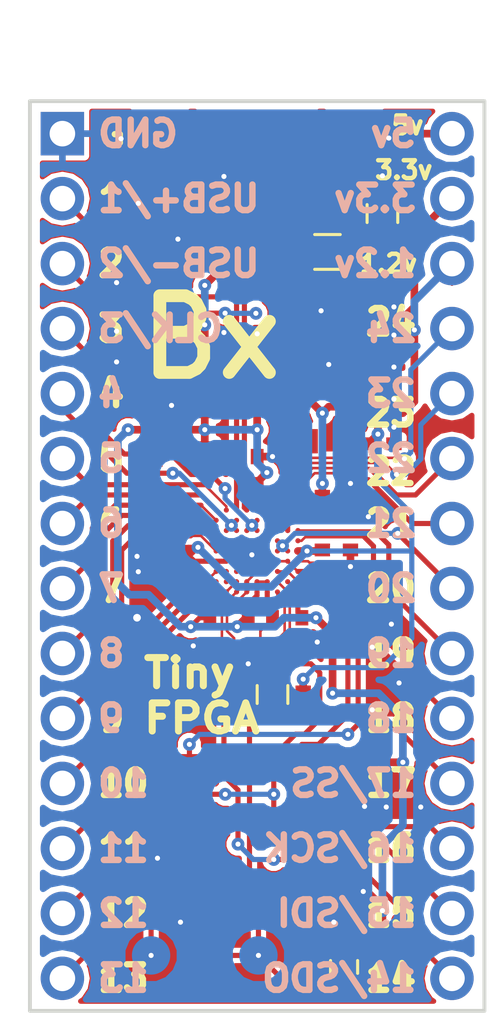
<source format=kicad_pcb>
(kicad_pcb (version 4) (host pcbnew 4.0.6)
  (layers (0 F.Cu signal) (31 B.Cu signal) (34 B.Paste user) (35 F.Paste user) (36 B.SilkS user) (37 F.SilkS user) (38 B.Mask user) (39 F.Mask user) (44 Edge.Cuts user))
  (net 0 "")
  (net 1 CDONE)
  (net 2 VPP_FAST)
  (net 3 224)
  (net 4 221)
  (net 5 185)
  (net 6 174)
  (net 7 116)
  (net 8 3A)
  (net 9 3B)
  (net 10 148)
  (net 11 10A)
  (net 12 212)
  (net 13 115)
  (net 14 119)
  (net 15 10B)
  (net 16 24B)
  (net 17 26A)
  (net 18 24A)
  (net 19 81_GBIN5)
  (net 20 54)
  (net 21 26B)
  (net 22 55)
  (net 23 177)
  (net 24 "Net-(J3-Pad1)")
  (net 25 "Net-(J3-Pad2)")
  (net 26 "Net-(J3-Pad3)")
  (net 27 "Net-(J3-Pad4)")
  (net 28 "Net-(U4-Pad4)")
  (net 29 "Net-(U5-Pad7)")
  (net 30 +5V)
  (net 31 CLK)
  (net 32 +1V2)
  (net 33 SCK)
  (net 34 CRESET_B)
  (net 35 SDI)
  (net 36 2B)
  (net 37 SS)
  (net 38 GND)
  (net 39 +3V3)
  (net 40 SDO)
  (net 41 141_GBIN2)
  (net 42 USB_P)
  (net 43 USB_N)
  (net 44 "Net-(C6-Pad1)")
  (net 45 "Net-(C6-Pad2)")
  (net 46 "Net-(U1-PadE3)")
  (net 47 "Net-(U1-PadF3)")
  (net 48 "Net-(R7-Pad1)")
  (module tinyfpga:CM81 (layer F.Cu) (at 151.124 114.1049)
    (fp_text reference U1)
    (fp_text value iCE40-LP8K-CM81)
    (pad A1 smd circle (at -1.6 -1.6) (size 0.2 0.2) (layers F.Cu F.Paste F.Mask) (net 3 224))
    (pad A2 smd circle (at -1.2 -1.6) (size 0.2 0.2) (layers F.Cu F.Paste F.Mask) (net 4 221))
    (pad A3 smd circle (at -0.8 -1.6) (size 0.2 0.2) (layers F.Cu F.Paste F.Mask) (net 42 USB_P))
    (pad A4 smd circle (at -0.4 -1.6) (size 0.2 0.2) (layers F.Cu F.Paste F.Mask) (net 43 USB_N))
    (pad A5 smd circle (at 0 -1.6) (size 0.2 0.2) (layers F.Cu F.Paste F.Mask) (net 39 +3V3))
    (pad A6 smd circle (at 0.4 -1.6) (size 0.2 0.2) (layers F.Cu F.Paste F.Mask) (net 5 185))
    (pad A7 smd circle (at 0.8 -1.6) (size 0.2 0.2) (layers F.Cu F.Paste F.Mask) (net 23 177))
    (pad A8 smd circle (at 1.2 -1.6) (size 0.2 0.2) (layers F.Cu F.Paste F.Mask) (net 6 174))
    (pad A9 smd circle (at 1.6 -1.6) (size 0.2 0.2) (layers F.Cu F.Paste F.Mask) (net 7 116))
    (pad B1 smd circle (at -1.6 -1.2) (size 0.2 0.2) (layers F.Cu F.Paste F.Mask) (net 8 3A))
    (pad B2 smd circle (at -1.2 -1.2) (size 0.2 0.2) (layers F.Cu F.Paste F.Mask) (net 36 2B))
    (pad B3 smd circle (at -0.8 -1.2) (size 0.2 0.2) (layers F.Cu F.Paste F.Mask) (net 36 2B))
    (pad B4 smd circle (at -0.4 -1.2) (size 0.2 0.2) (layers F.Cu F.Paste F.Mask) (net 31 CLK))
    (pad B5 smd circle (at 0 -1.2) (size 0.2 0.2) (layers F.Cu F.Paste F.Mask) (net 31 CLK))
    (pad B6 smd circle (at 0.4 -1.2) (size 0.2 0.2) (layers F.Cu F.Paste F.Mask) (net 39 +3V3))
    (pad B7 smd circle (at 0.8 -1.2) (size 0.2 0.2) (layers F.Cu F.Paste F.Mask) (net 39 +3V3))
    (pad B8 smd circle (at 1.2 -1.2) (size 0.2 0.2) (layers F.Cu F.Paste F.Mask) (net 39 +3V3))
    (pad B9 smd circle (at 1.6 -1.2) (size 0.2 0.2) (layers F.Cu F.Paste F.Mask) (net 39 +3V3))
    (pad C1 smd circle (at -1.6 -0.8) (size 0.2 0.2) (layers F.Cu F.Paste F.Mask) (net 9 3B))
    (pad C2 smd circle (at -1.2 -0.8) (size 0.2 0.2) (layers F.Cu F.Paste F.Mask) (net 36 2B))
    (pad C3 smd circle (at -0.8 -0.8) (size 0.2 0.2) (layers F.Cu F.Paste F.Mask) (net 36 2B))
    (pad C4 smd circle (at -0.4 -0.8) (size 0.2 0.2) (layers F.Cu F.Paste F.Mask) (net 31 CLK))
    (pad C5 smd circle (at 0 -0.8) (size 0.2 0.2) (layers F.Cu F.Paste F.Mask) (net 31 CLK))
    (pad C6 smd circle (at 0.4 -0.8) (size 0.2 0.2) (layers F.Cu F.Paste F.Mask) (net 39 +3V3))
    (pad C7 smd circle (at 0.8 -0.8) (size 0.2 0.2) (layers F.Cu F.Paste F.Mask) (net 2 VPP_FAST))
    (pad C8 smd circle (at 1.2 -0.8) (size 0.2 0.2) (layers F.Cu F.Paste F.Mask) (net 39 +3V3))
    (pad C9 smd circle (at 1.6 -0.8) (size 0.2 0.2) (layers F.Cu F.Paste F.Mask) (net 10 148))
    (pad D1 smd circle (at -1.6 -0.4) (size 0.2 0.2) (layers F.Cu F.Paste F.Mask) (net 11 10A))
    (pad D2 smd circle (at -1.2 -0.4) (size 0.2 0.2) (layers F.Cu F.Paste F.Mask) (net 32 +1V2))
    (pad D3 smd circle (at -0.8 -0.4) (size 0.2 0.2) (layers F.Cu F.Paste F.Mask) (net 32 +1V2))
    (pad D4 smd circle (at -0.4 -0.4) (size 0.2 0.2) (layers F.Cu F.Paste F.Mask) (net 32 +1V2))
    (pad D5 smd circle (at 0 -0.4) (size 0.2 0.2) (layers F.Cu F.Paste F.Mask) (net 12 212))
    (pad D6 smd circle (at 0.4 -0.4) (size 0.2 0.2) (layers F.Cu F.Paste F.Mask) (net 13 115))
    (pad D7 smd circle (at 0.8 -0.4) (size 0.2 0.2) (layers F.Cu F.Paste F.Mask) (net 41 141_GBIN2))
    (pad D8 smd circle (at 1.2 -0.4) (size 0.2 0.2) (layers F.Cu F.Paste F.Mask) (net 41 141_GBIN2))
    (pad D9 smd circle (at 1.6 -0.4) (size 0.2 0.2) (layers F.Cu F.Paste F.Mask) (net 14 119))
    (pad E1 smd circle (at -1.6 0) (size 0.2 0.2) (layers F.Cu F.Paste F.Mask) (net 15 10B))
    (pad E2 smd circle (at -1.2 0) (size 0.2 0.2) (layers F.Cu F.Paste F.Mask) (net 32 +1V2))
    (pad E3 smd circle (at -0.8 0) (size 0.2 0.2) (layers F.Cu F.Paste F.Mask) (net 46 "Net-(U1-PadE3)"))
    (pad E4 smd circle (at -0.4 0) (size 0.2 0.2) (layers F.Cu F.Paste F.Mask) (net 38 GND))
    (pad E5 smd circle (at 0 0) (size 0.2 0.2) (layers F.Cu F.Paste F.Mask) (net 38 GND))
    (pad E6 smd circle (at 0.4 0) (size 0.2 0.2) (layers F.Cu F.Paste F.Mask) (net 1 CDONE))
    (pad E7 smd circle (at 0.8 0) (size 0.2 0.2) (layers F.Cu F.Paste F.Mask) (net 41 141_GBIN2))
    (pad E8 smd circle (at 1.2 0) (size 0.2 0.2) (layers F.Cu F.Paste F.Mask) (net 41 141_GBIN2))
    (pad E9 smd circle (at 1.6 0) (size 0.2 0.2) (layers F.Cu F.Paste F.Mask) (net 32 +1V2))
    (pad F1 smd circle (at -1.6 0.4) (size 0.2 0.2) (layers F.Cu F.Paste F.Mask) (net 32 +1V2))
    (pad F2 smd circle (at -1.2 0.4) (size 0.2 0.2) (layers F.Cu F.Paste F.Mask) (net 32 +1V2))
    (pad F3 smd circle (at -0.8 0.4) (size 0.2 0.2) (layers F.Cu F.Paste F.Mask) (net 47 "Net-(U1-PadF3)"))
    (pad F4 smd circle (at -0.4 0.4) (size 0.2 0.2) (layers F.Cu F.Paste F.Mask) (net 38 GND))
    (pad F5 smd circle (at 0 0.4) (size 0.2 0.2) (layers F.Cu F.Paste F.Mask) (net 38 GND))
    (pad F6 smd circle (at 0.4 0.4) (size 0.2 0.2) (layers F.Cu F.Paste F.Mask) (net 38 GND))
    (pad F7 smd circle (at 0.8 0.4) (size 0.2 0.2) (layers F.Cu F.Paste F.Mask) (net 37 SS))
    (pad F8 smd circle (at 1.2 0.4) (size 0.2 0.2) (layers F.Cu F.Paste F.Mask) (net 37 SS))
    (pad F9 smd circle (at 1.6 0.4) (size 0.2 0.2) (layers F.Cu F.Paste F.Mask) (net 38 GND))
    (pad G1 smd circle (at -1.6 0.8) (size 0.2 0.2) (layers F.Cu F.Paste F.Mask) (net 16 24B))
    (pad G2 smd circle (at -1.2 0.8) (size 0.2 0.2) (layers F.Cu F.Paste F.Mask) (net 17 26A))
    (pad G3 smd circle (at -0.8 0.8) (size 0.2 0.2) (layers F.Cu F.Paste F.Mask) (net 18 24A))
    (pad G4 smd circle (at -0.4 0.8) (size 0.2 0.2) (layers F.Cu F.Paste F.Mask) (net 19 81_GBIN5))
    (pad G5 smd circle (at 0 0.8) (size 0.2 0.2) (layers F.Cu F.Paste F.Mask) (net 40 SDO))
    (pad G6 smd circle (at 0.4 0.8) (size 0.2 0.2) (layers F.Cu F.Paste F.Mask) (net 40 SDO))
    (pad G7 smd circle (at 0.8 0.8) (size 0.2 0.2) (layers F.Cu F.Paste F.Mask) (net 33 SCK))
    (pad G8 smd circle (at 1.2 0.8) (size 0.2 0.2) (layers F.Cu F.Paste F.Mask) (net 33 SCK))
    (pad G9 smd circle (at 1.6 0.8) (size 0.2 0.2) (layers F.Cu F.Paste F.Mask) (net 37 SS))
    (pad H1 smd circle (at -1.6 1.2) (size 0.2 0.2) (layers F.Cu F.Paste F.Mask) (net 20 54))
    (pad H2 smd circle (at -1.2 1.2) (size 0.2 0.2) (layers F.Cu F.Paste F.Mask) (net 21 26B))
    (pad H3 smd circle (at -0.8 1.2) (size 0.2 0.2) (layers F.Cu F.Paste F.Mask) (net 39 +3V3))
    (pad H4 smd circle (at -0.4 1.2) (size 0.2 0.2) (layers F.Cu F.Paste F.Mask) (net 40 SDO))
    (pad H5 smd circle (at 0 1.2) (size 0.2 0.2) (layers F.Cu F.Paste F.Mask) (net 34 CRESET_B))
    (pad H6 smd circle (at 0.4 1.2) (size 0.2 0.2) (layers F.Cu F.Paste F.Mask) (net 34 CRESET_B))
    (pad H7 smd circle (at 0.8 1.2) (size 0.2 0.2) (layers F.Cu F.Paste F.Mask) (net 35 SDI) (clearance 0.1))
    (pad H8 smd circle (at 1.2 1.2) (size 0.2 0.2) (layers F.Cu F.Paste F.Mask) (net 39 +3V3))
    (pad H9 smd circle (at 1.6 1.2) (size 0.2 0.2) (layers F.Cu F.Paste F.Mask) (net 33 SCK))
    (pad J1 smd circle (at -1.6 1.6) (size 0.2 0.2) (layers F.Cu F.Paste F.Mask) (net 22 55) (clearance 0.1))
    (pad J2 smd circle (at -1.2 1.6) (size 0.2 0.2) (layers F.Cu F.Paste F.Mask) (net 39 +3V3))
    (pad J3 smd circle (at -0.8 1.6) (size 0.2 0.2) (layers F.Cu F.Paste F.Mask) (net 40 SDO))
    (pad J4 smd circle (at -0.4 1.6) (size 0.2 0.2) (layers F.Cu F.Paste F.Mask) (net 34 CRESET_B))
    (pad J5 smd circle (at 0 1.6) (size 0.2 0.2) (layers F.Cu F.Paste F.Mask) (net 39 +3V3))
    (pad J6 smd circle (at 0.4 1.6) (size 0.2 0.2) (layers F.Cu F.Paste F.Mask) (net 44 "Net-(C6-Pad1)"))
    (pad J7 smd circle (at 0.8 1.6) (size 0.2 0.2) (layers F.Cu F.Paste F.Mask) (net 45 "Net-(C6-Pad2)"))
    (pad J8 smd circle (at 1.2 1.6) (size 0.2 0.2) (layers F.Cu F.Paste F.Mask) (net 35 SDI))
    (pad J9 smd circle (at 1.6 1.6) (size 0.2 0.2) (layers F.Cu F.Paste F.Mask) (net 39 +3V3))
  )
  (module Connectors_Molex:USB_Micro-B_Molex_47346-0001 (layer F.Cu) (at 151.13 97.964 180)
    (fp_text reference J3)
    (fp_text value USB_OTG)
    (pad 1 smd rect (at -1.3 -2.675 270) (size 1.35 0.4) (layers F.Cu F.Paste F.Mask) (net 24 "Net-(J3-Pad1)"))
    (pad 2 smd rect (at -0.65 -2.675 270) (size 1.35 0.4) (layers F.Cu F.Paste F.Mask) (net 25 "Net-(J3-Pad2)"))
    (pad 3 smd rect (at 0 -2.675 270) (size 1.35 0.4) (layers F.Cu F.Paste F.Mask) (net 26 "Net-(J3-Pad3)"))
    (pad 4 smd rect (at 0.65 -2.675 270) (size 1.35 0.4) (layers F.Cu F.Paste F.Mask) (net 27 "Net-(J3-Pad4)"))
    (pad 5 smd rect (at 1.3 -2.675 270) (size 1.35 0.4) (layers F.Cu F.Paste F.Mask) (net 38 GND))
    (pad 6 smd rect (at -3.1 -2.55 180) (size 2.1 1.6) (layers F.Cu F.Paste F.Mask) (net 38 GND))
    (pad 6 smd rect (at 3.1 -2.55 180) (size 2.1 1.6) (layers F.Cu F.Paste F.Mask) (net 38 GND))
    (pad 6 smd rect (at -3.8 0 270) (size 1.9 1.8) (layers F.Cu F.Paste F.Mask) (net 38 GND))
    (pad 6 smd rect (at 3.8 0 270) (size 1.9 1.8) (layers F.Cu F.Paste F.Mask) (net 38 GND))
    (pad 6 smd rect (at -1.2 0 270) (size 1.9 1.9) (layers F.Cu F.Paste F.Mask) (net 38 GND))
    (pad 6 smd rect (at 1.2 0 270) (size 1.9 1.9) (layers F.Cu F.Paste F.Mask) (net 38 GND))
  )
  (module tinyfpga:CDFN3225-4LD-PL-1 (layer F.Cu) (at 148.033614 109.355754 180)
    (fp_text reference U3)
    (fp_text value DSC6001CI2A-016.0000T)
    (pad 1 smd rect (at -1.046386 0.941754 270) (size 1 0.9) (layers F.Cu F.Paste F.Mask) (net 39 +3V3))
    (pad 4 smd rect (at -1.046386 -0.958246 270) (size 1 0.9) (layers F.Cu F.Paste F.Mask) (net 39 +3V3))
    (pad 3 smd rect (at 1.053614 -0.958246 270) (size 1 0.9) (layers F.Cu F.Paste F.Mask) (net 31 CLK))
    (pad 2 smd rect (at 1.053614 0.941754 270) (size 1 0.9) (layers F.Cu F.Paste F.Mask) (net 38 GND))
  )
  (module Measurement_Points:Measurement_Point_Round-SMD-Pad_Small (layer B.Cu) (at 146.98 129.914)
    (fp_text reference TP1)
    (fp_text value TEST)
    (pad 1 smd circle (at 0 0) (size 1.5 1.5) (layers B.Cu B.Mask) (net 48 "Net-(R7-Pad1)"))
  )
  (module Measurement_Points:Measurement_Point_Round-SMD-Pad_Small (layer B.Cu) (at 151.18 129.914)
    (fp_text reference TP2)
    (fp_text value TEST)
    (pad 1 smd circle (at 0 0) (size 1.5 1.5) (layers B.Cu B.Mask) (net 34 CRESET_B))
  )
  (module tinyfpga:SC-70-C5 (layer F.Cu) (at 153.63 105.164)
    (fp_text reference U2)
    (fp_text value MIC5504-3.3YM5-TR)
    (pad 2 smd rect (at 0 -1.3) (size 0.45 0.95) (layers F.Cu F.Paste F.Mask) (net 38 GND))
    (pad 3 smd rect (at -0.95 -1.3) (size 0.45 0.95) (layers F.Cu F.Paste F.Mask) (net 30 +5V))
    (pad 1 smd rect (at 0.95 -1.3) (size 0.45 0.95) (layers F.Cu F.Paste F.Mask) (net 30 +5V))
    (pad 4 smd rect (at -0.95 1.3) (size 0.45 0.95) (layers F.Cu F.Paste F.Mask) (net 39 +3V3))
    (pad 5 smd rect (at 0.95 1.3) (size 0.45 0.95) (layers F.Cu F.Paste F.Mask) (net 39 +3V3))
  )
  (module Resistors_SMD:R_0402_NoSilk (layer F.Cu) (at 148.23 127.364)
    (fp_text reference R7)
    (fp_text value 10k)
    (pad 1 smd rect (at -0.45 0) (size 0.4 0.6) (layers F.Cu F.Paste F.Mask) (net 48 "Net-(R7-Pad1)"))
    (pad 2 smd rect (at 0.45 0) (size 0.4 0.6) (layers F.Cu F.Paste F.Mask) (net 38 GND))
  )
  (module Pin_Headers:Pin_Header_Straight_1x14_Pitch2.54mm (layer F.Cu) (at 158.75 97.79)
    (fp_text reference J2 hide)
    (fp_text value CONN_01X14 hide)
    (pad 1 thru_hole circle (at 0 0) (size 1.7 1.7) (drill 1) (layers *.Cu *.Mask) (net 30 +5V))
    (pad 2 thru_hole oval (at 0 2.54) (size 1.7 1.7) (drill 1) (layers *.Cu *.Mask) (net 39 +3V3))
    (pad 3 thru_hole oval (at 0 5.08) (size 1.7 1.7) (drill 1) (layers *.Cu *.Mask) (net 32 +1V2))
    (pad 4 thru_hole oval (at 0 7.62) (size 1.7 1.7) (drill 1) (layers *.Cu *.Mask) (net 5 185))
    (pad 5 thru_hole oval (at 0 10.16) (size 1.7 1.7) (drill 1) (layers *.Cu *.Mask) (net 23 177))
    (pad 6 thru_hole oval (at 0 12.7) (size 1.7 1.7) (drill 1) (layers *.Cu *.Mask) (net 6 174))
    (pad 7 thru_hole oval (at 0 15.24) (size 1.7 1.7) (drill 1) (layers *.Cu *.Mask) (net 7 116))
    (pad 8 thru_hole oval (at 0 17.78) (size 1.7 1.7) (drill 1) (layers *.Cu *.Mask) (net 41 141_GBIN2))
    (pad 9 thru_hole oval (at 0 20.32) (size 1.7 1.7) (drill 1) (layers *.Cu *.Mask) (net 10 148))
    (pad 10 thru_hole oval (at 0 22.86) (size 1.7 1.7) (drill 1) (layers *.Cu *.Mask) (net 14 119))
    (pad 11 thru_hole oval (at 0 25.4) (size 1.7 1.7) (drill 1) (layers *.Cu *.Mask) (net 37 SS))
    (pad 12 thru_hole oval (at 0 27.94) (size 1.7 1.7) (drill 1) (layers *.Cu *.Mask) (net 33 SCK))
    (pad 13 thru_hole oval (at 0 30.48) (size 1.7 1.7) (drill 1) (layers *.Cu *.Mask) (net 35 SDI))
    (pad 14 thru_hole oval (at 0 33.02) (size 1.7 1.7) (drill 1) (layers *.Cu *.Mask) (net 40 SDO))
  )
  (module Capacitors_SMD:C_0603 (layer F.Cu) (at 156.03 100.914 90)
    (fp_text reference C17)
    (fp_text value 10uF)
    (pad 1 smd rect (at -0.75 0 90) (size 0.8 0.75) (layers F.Cu F.Paste F.Mask) (net 30 +5V))
    (pad 2 smd rect (at 0.75 0 90) (size 0.8 0.75) (layers F.Cu F.Paste F.Mask) (net 38 GND))
  )
  (module Resistors_SMD:R_0402 (layer F.Cu) (at 154.53 130.364 270)
    (fp_text reference R6)
    (fp_text value 100)
    (pad 1 smd rect (at -0.45 0 270) (size 0.4 0.6) (layers F.Cu F.Paste F.Mask) (net 39 +3V3))
    (pad 2 smd rect (at 0.45 0 270) (size 0.4 0.6) (layers F.Cu F.Paste F.Mask) (net 34 CRESET_B))
  )
  (module Housings_SOIC:SOIC-8_3.9x4.9mm_Pitch1.27mm (layer F.Cu) (at 151.13 124.249)
    (fp_text reference U5)
    (fp_text value AT25SF041-SSHD-B)
    (pad 1 smd rect (at -2.7 -1.905) (size 1.55 0.6) (layers F.Cu F.Paste F.Mask) (net 37 SS))
    (pad 2 smd rect (at -2.7 -0.635) (size 1.55 0.6) (layers F.Cu F.Paste F.Mask) (net 35 SDI))
    (pad 3 smd rect (at -2.7 0.635) (size 1.55 0.6) (layers F.Cu F.Paste F.Mask) (net 48 "Net-(R7-Pad1)"))
    (pad 4 smd rect (at -2.7 1.905) (size 1.55 0.6) (layers F.Cu F.Paste F.Mask) (net 38 GND))
    (pad 5 smd rect (at 2.7 1.905) (size 1.55 0.6) (layers F.Cu F.Paste F.Mask) (net 40 SDO))
    (pad 6 smd rect (at 2.7 0.635) (size 1.55 0.6) (layers F.Cu F.Paste F.Mask) (net 33 SCK))
    (pad 7 smd rect (at 2.7 -0.635) (size 1.55 0.6) (layers F.Cu F.Paste F.Mask) (net 29 "Net-(U5-Pad7)"))
    (pad 8 smd rect (at 2.7 -1.905) (size 1.55 0.6) (layers F.Cu F.Paste F.Mask) (net 39 +3V3))
  )
  (module Capacitors_SMD:C_0402_NoSilk (layer F.Cu) (at 150.78 117.264 270)
    (fp_text reference C16)
    (fp_text value 100nF)
    (pad 1 smd rect (at -0.55 0 270) (size 0.6 0.5) (layers F.Cu F.Paste F.Mask) (net 39 +3V3))
    (pad 2 smd rect (at 0.55 0 270) (size 0.6 0.5) (layers F.Cu F.Paste F.Mask) (net 38 GND))
  )
  (module Resistors_SMD:R_0402_NoSilk (layer F.Cu) (at 153.68 115.414 90)
    (fp_text reference R5)
    (fp_text value 10k)
    (pad 1 smd rect (at -0.45 0 90) (size 0.4 0.6) (layers F.Cu F.Paste F.Mask) (net 39 +3V3))
    (pad 2 smd rect (at 0.45 0 90) (size 0.4 0.6) (layers F.Cu F.Paste F.Mask) (net 37 SS))
  )
  (module Capacitors_SMD:C_0402_NoSilk (layer F.Cu) (at 154.23 114.064)
    (fp_text reference C13)
    (fp_text value 10nF)
    (pad 1 smd rect (at -0.55 0) (size 0.6 0.5) (layers F.Cu F.Paste F.Mask) (net 32 +1V2))
    (pad 2 smd rect (at 0.55 0) (size 0.6 0.5) (layers F.Cu F.Paste F.Mask) (net 38 GND))
  )
  (module Capacitors_SMD:C_0402_NoSilk (layer F.Cu) (at 151.13 110.964 90)
    (fp_text reference C15)
    (fp_text value 10nF)
    (pad 1 smd rect (at -0.55 0 90) (size 0.6 0.5) (layers F.Cu F.Paste F.Mask) (net 39 +3V3))
    (pad 2 smd rect (at 0.55 0 90) (size 0.6 0.5) (layers F.Cu F.Paste F.Mask) (net 38 GND))
  )
  (module Capacitors_SMD:C_0402_NoSilk (layer F.Cu) (at 154.23 112.764)
    (fp_text reference C14)
    (fp_text value 10nF)
    (pad 1 smd rect (at -0.55 0) (size 0.6 0.5) (layers F.Cu F.Paste F.Mask) (net 39 +3V3))
    (pad 2 smd rect (at 0.55 0) (size 0.6 0.5) (layers F.Cu F.Paste F.Mask) (net 38 GND))
  )
  (module Capacitors_SMD:C_0402_NoSilk (layer F.Cu) (at 147.73 114.914 180)
    (fp_text reference C12)
    (fp_text value 10nF)
    (pad 1 smd rect (at -0.55 0 180) (size 0.6 0.5) (layers F.Cu F.Paste F.Mask) (net 32 +1V2))
    (pad 2 smd rect (at 0.55 0 180) (size 0.6 0.5) (layers F.Cu F.Paste F.Mask) (net 38 GND))
  )
  (module Capacitors_SMD:C_0402_NoSilk (layer F.Cu) (at 147.73 114.114 180)
    (fp_text reference C11)
    (fp_text value 100nF)
    (pad 1 smd rect (at -0.55 0 180) (size 0.6 0.5) (layers F.Cu F.Paste F.Mask) (net 32 +1V2))
    (pad 2 smd rect (at 0.55 0 180) (size 0.6 0.5) (layers F.Cu F.Paste F.Mask) (net 38 GND))
  )
  (module Capacitors_SMD:C_0402_NoSilk (layer F.Cu) (at 154.23 111.964)
    (fp_text reference C10)
    (fp_text value 100nF)
    (pad 1 smd rect (at -0.55 0) (size 0.6 0.5) (layers F.Cu F.Paste F.Mask) (net 39 +3V3))
    (pad 2 smd rect (at 0.55 0) (size 0.6 0.5) (layers F.Cu F.Paste F.Mask) (net 38 GND))
  )
  (module Capacitors_SMD:C_0402_NoSilk (layer F.Cu) (at 152.88 117.264 270)
    (fp_text reference C9)
    (fp_text value 100nF)
    (pad 1 smd rect (at -0.55 0 270) (size 0.6 0.5) (layers F.Cu F.Paste F.Mask) (net 39 +3V3))
    (pad 2 smd rect (at 0.55 0 270) (size 0.6 0.5) (layers F.Cu F.Paste F.Mask) (net 38 GND))
  )
  (module Capacitors_SMD:C_0402_NoSilk (layer F.Cu) (at 149.28 117.264 270)
    (fp_text reference C8)
    (fp_text value 100nF)
    (pad 1 smd rect (at -0.55 0 270) (size 0.6 0.5) (layers F.Cu F.Paste F.Mask) (net 39 +3V3))
    (pad 2 smd rect (at 0.55 0 270) (size 0.6 0.5) (layers F.Cu F.Paste F.Mask) (net 38 GND))
  )
  (module Capacitors_SMD:C_0603 (layer F.Cu) (at 151.73 119.714 270)
    (fp_text reference C6)
    (fp_text value 10uF)
    (pad 1 smd rect (at -0.75 0 270) (size 0.8 0.75) (layers F.Cu F.Paste F.Mask) (net 44 "Net-(C6-Pad1)"))
    (pad 2 smd rect (at 0.75 0 270) (size 0.8 0.75) (layers F.Cu F.Paste F.Mask) (net 45 "Net-(C6-Pad2)"))
  )
  (module Capacitors_SMD:C_0402_NoSilk (layer F.Cu) (at 151.73 117.264 270)
    (fp_text reference C7)
    (fp_text value 100nF)
    (pad 1 smd rect (at -0.55 0 270) (size 0.6 0.5) (layers F.Cu F.Paste F.Mask) (net 44 "Net-(C6-Pad1)"))
    (pad 2 smd rect (at 0.55 0 270) (size 0.6 0.5) (layers F.Cu F.Paste F.Mask) (net 45 "Net-(C6-Pad2)"))
  )
  (module Resistors_SMD:R_0402_NoSilk (layer F.Cu) (at 152.93 120.014 90)
    (fp_text reference R4)
    (fp_text value 100)
    (pad 1 smd rect (at -0.45 0 90) (size 0.4 0.6) (layers F.Cu F.Paste F.Mask) (net 45 "Net-(C6-Pad2)"))
    (pad 2 smd rect (at 0.45 0 90) (size 0.4 0.6) (layers F.Cu F.Paste F.Mask) (net 32 +1V2))
  )
  (module Capacitors_SMD:C_0402_NoSilk (layer F.Cu) (at 155.33 122.914 270)
    (fp_text reference C5)
    (fp_text value 100nF)
    (pad 1 smd rect (at -0.55 0 270) (size 0.6 0.5) (layers F.Cu F.Paste F.Mask) (net 39 +3V3))
    (pad 2 smd rect (at 0.55 0 270) (size 0.6 0.5) (layers F.Cu F.Paste F.Mask) (net 38 GND))
  )
  (module Resistors_SMD:R_0402_NoSilk (layer F.Cu) (at 149.63 102.714 270)
    (fp_text reference R1)
    (fp_text value 1.5k)
    (pad 1 smd rect (at -0.45 0 270) (size 0.4 0.6) (layers F.Cu F.Paste F.Mask) (net 26 "Net-(J3-Pad3)"))
    (pad 2 smd rect (at 0.45 0 270) (size 0.4 0.6) (layers F.Cu F.Paste F.Mask) (net 39 +3V3))
  )
  (module Resistors_SMD:R_0402_NoSilk (layer F.Cu) (at 150.63 102.714 90)
    (fp_text reference R2)
    (fp_text value 68)
    (pad 1 smd rect (at -0.45 0 90) (size 0.4 0.6) (layers F.Cu F.Paste F.Mask) (net 42 USB_P))
    (pad 2 smd rect (at 0.45 0 90) (size 0.4 0.6) (layers F.Cu F.Paste F.Mask) (net 26 "Net-(J3-Pad3)"))
  )
  (module Resistors_SMD:R_0402_NoSilk (layer F.Cu) (at 151.63 102.714 90)
    (fp_text reference R3)
    (fp_text value 68)
    (pad 1 smd rect (at -0.45 0 90) (size 0.4 0.6) (layers F.Cu F.Paste F.Mask) (net 43 USB_N))
    (pad 2 smd rect (at 0.45 0 90) (size 0.4 0.6) (layers F.Cu F.Paste F.Mask) (net 25 "Net-(J3-Pad2)"))
  )
  (module tinyfpga:SC-70-C5 (layer F.Cu) (at 153.93 108.714)
    (fp_text reference U4)
    (fp_text value MIC5365-1.2YC5-TR)
    (pad 2 smd rect (at 0 -1.1) (size 0.45 0.95) (layers F.Cu F.Paste F.Mask) (net 38 GND))
    (pad 3 smd rect (at -0.65 -1.1) (size 0.45 0.95) (layers F.Cu F.Paste F.Mask) (net 39 +3V3))
    (pad 1 smd rect (at 0.65 -1.1) (size 0.45 0.95) (layers F.Cu F.Paste F.Mask) (net 39 +3V3))
    (pad 4 smd rect (at -0.65 1.1) (size 0.45 0.95) (layers F.Cu F.Paste F.Mask) (net 28 "Net-(U4-Pad4)"))
    (pad 5 smd rect (at 0.65 1.1) (size 0.45 0.95) (layers F.Cu F.Paste F.Mask) (net 32 +1V2))
  )
  (module Capacitors_SMD:C_0402_NoSilk (layer F.Cu) (at 155.93 109.914)
    (fp_text reference C3)
    (fp_text value 1uF)
    (pad 1 smd rect (at -0.55 0) (size 0.6 0.5) (layers F.Cu F.Paste F.Mask) (net 32 +1V2))
    (pad 2 smd rect (at 0.55 0) (size 0.6 0.5) (layers F.Cu F.Paste F.Mask) (net 38 GND))
  )
  (module Capacitors_SMD:C_0402_NoSilk (layer F.Cu) (at 155.93 103.914)
    (fp_text reference C1)
    (fp_text value 1uF)
    (pad 1 smd rect (at -0.55 0) (size 0.6 0.5) (layers F.Cu F.Paste F.Mask) (net 30 +5V))
    (pad 2 smd rect (at 0.55 0) (size 0.6 0.5) (layers F.Cu F.Paste F.Mask) (net 38 GND))
  )
  (module Capacitors_SMD:C_0402_NoSilk (layer F.Cu) (at 155.93 106.314)
    (fp_text reference C4)
    (fp_text value 1uF)
    (pad 1 smd rect (at -0.55 0) (size 0.6 0.5) (layers F.Cu F.Paste F.Mask) (net 39 +3V3))
    (pad 2 smd rect (at 0.55 0) (size 0.6 0.5) (layers F.Cu F.Paste F.Mask) (net 38 GND))
  )
  (module Capacitors_SMD:C_0402_NoSilk (layer F.Cu) (at 155.93 107.514)
    (fp_text reference C2)
    (fp_text value 1uF)
    (pad 1 smd rect (at -0.55 0) (size 0.6 0.5) (layers F.Cu F.Paste F.Mask) (net 39 +3V3))
    (pad 2 smd rect (at 0.55 0) (size 0.6 0.5) (layers F.Cu F.Paste F.Mask) (net 38 GND))
  )
  (module Pin_Headers:Pin_Header_Straight_1x14_Pitch2.54mm (layer F.Cu) (at 143.51 97.79)
    (fp_text reference J1 hide)
    (fp_text value CONN_01X14 hide)
    (pad 1 thru_hole rect (at 0 0) (size 1.7 1.7) (drill 1) (layers *.Cu *.Mask) (net 38 GND))
    (pad 2 thru_hole oval (at 0 2.54) (size 1.7 1.7) (drill 1) (layers *.Cu *.Mask) (net 42 USB_P))
    (pad 3 thru_hole oval (at 0 5.08) (size 1.7 1.7) (drill 1) (layers *.Cu *.Mask) (net 43 USB_N))
    (pad 4 thru_hole oval (at 0 7.62) (size 1.7 1.7) (drill 1) (layers *.Cu *.Mask) (net 31 CLK))
    (pad 5 thru_hole oval (at 0 10.16) (size 1.7 1.7) (drill 1) (layers *.Cu *.Mask) (net 36 2B))
    (pad 6 thru_hole oval (at 0 12.7) (size 1.7 1.7) (drill 1) (layers *.Cu *.Mask) (net 4 221))
    (pad 7 thru_hole oval (at 0 15.24) (size 1.7 1.7) (drill 1) (layers *.Cu *.Mask) (net 3 224))
    (pad 8 thru_hole oval (at 0 17.78) (size 1.7 1.7) (drill 1) (layers *.Cu *.Mask) (net 8 3A))
    (pad 9 thru_hole oval (at 0 20.32) (size 1.7 1.7) (drill 1) (layers *.Cu *.Mask) (net 9 3B))
    (pad 10 thru_hole oval (at 0 22.86) (size 1.7 1.7) (drill 1) (layers *.Cu *.Mask) (net 11 10A))
    (pad 11 thru_hole oval (at 0 25.4) (size 1.7 1.7) (drill 1) (layers *.Cu *.Mask) (net 15 10B))
    (pad 12 thru_hole oval (at 0 27.94) (size 1.7 1.7) (drill 1) (layers *.Cu *.Mask) (net 16 24B))
    (pad 13 thru_hole oval (at 0 30.48) (size 1.7 1.7) (drill 1) (layers *.Cu *.Mask) (net 20 54))
    (pad 14 thru_hole oval (at 0 33.02) (size 1.7 1.7) (drill 1) (layers *.Cu *.Mask) (net 22 55))
  )
  (module tinyfpga:PTS_810_SMT_Switch (layer F.Cu) (at 151.13 129.714)
    (fp_text reference SW1)
    (fp_text value SW_Push hide)
    (pad 1 smd rect (at -2.075 -1.075) (size 1.05 0.65) (layers F.Cu F.Paste F.Mask) (net 38 GND))
    (pad 1 smd rect (at 2.075 -1.075) (size 1.05 0.65) (layers F.Cu F.Paste F.Mask) (net 38 GND))
    (pad 2 smd rect (at 2.075 1.075) (size 1.05 0.65) (layers F.Cu F.Paste F.Mask) (net 34 CRESET_B))
    (pad 2 smd rect (at -2.075 1.075) (size 1.05 0.65) (layers F.Cu F.Paste F.Mask) (net 34 CRESET_B))
  )
  (module Inductors_SMD:L_0603 (layer F.Cu) (at 153.88 102.414 180)
    (fp_text reference L1)
    (fp_text value Bead)
    (pad 1 smd rect (at -0.75 0 180) (size 0.5 0.9) (layers F.Cu F.Paste F.Mask) (net 30 +5V))
    (pad 2 smd rect (at 0.75 0 180) (size 0.5 0.9) (layers F.Cu F.Paste F.Mask) (net 24 "Net-(J3-Pad1)"))
  )
  (gr_text "Tiny\nFPGA" (at 146.558 119.761) (layer F.SilkS) (effects (font (size 1.1 1.2) (thickness 0.275)) (justify left)))
  (gr_text Bx (at 146.28 105.764) (layer F.SilkS) (effects (font (size 3 3) (thickness 0.5)) (justify left)))
  (gr_text 5v (at 157.48 97.79) (layer B.SilkS) (effects (font (size 1 1) (thickness 0.25)) (justify left mirror)))
  (gr_text 3.3v (at 157.48 100.33) (layer B.SilkS) (effects (font (size 1 1) (thickness 0.25)) (justify left mirror)))
  (gr_text 1.2v (at 157.48 102.87) (layer B.SilkS) (effects (font (size 1 1) (thickness 0.25)) (justify left mirror)))
  (gr_text 24 (at 157.48 105.41) (layer B.SilkS) (effects (font (size 1 1) (thickness 0.25)) (justify left mirror)))
  (gr_text 23 (at 157.48 107.95) (layer B.SilkS) (effects (font (size 1 1) (thickness 0.25)) (justify left mirror)))
  (gr_text 22 (at 157.48 110.49) (layer B.SilkS) (effects (font (size 1 1) (thickness 0.25)) (justify left mirror)))
  (gr_text 21 (at 157.48 113.03) (layer B.SilkS) (effects (font (size 1 1) (thickness 0.25)) (justify left mirror)))
  (gr_text 20 (at 157.48 115.57) (layer B.SilkS) (effects (font (size 1 1) (thickness 0.25)) (justify left mirror)))
  (gr_text 19 (at 157.48 118.11) (layer B.SilkS) (effects (font (size 1 1) (thickness 0.25)) (justify left mirror)))
  (gr_text 18 (at 157.48 120.65) (layer B.SilkS) (effects (font (size 1 1) (thickness 0.25)) (justify left mirror)))
  (gr_text 17/SS (at 157.48 123.19) (layer B.SilkS) (effects (font (size 1 1) (thickness 0.25)) (justify left mirror)))
  (gr_text 16/SCK (at 157.48 125.73) (layer B.SilkS) (effects (font (size 1 1) (thickness 0.25)) (justify left mirror)))
  (gr_text 15/SDI (at 157.48 128.27) (layer B.SilkS) (effects (font (size 1 1) (thickness 0.25)) (justify left mirror)))
  (gr_text 14/SDO (at 157.48 130.81) (layer B.SilkS) (effects (font (size 1 1) (thickness 0.25)) (justify left mirror)))
  (gr_text 13 (at 144.78 130.81) (layer B.SilkS) (effects (font (size 1 1) (thickness 0.25)) (justify right mirror)))
  (gr_text 12 (at 144.78 128.27) (layer B.SilkS) (effects (font (size 1 1) (thickness 0.25)) (justify right mirror)))
  (gr_text 11 (at 144.78 125.73) (layer B.SilkS) (effects (font (size 1 1) (thickness 0.25)) (justify right mirror)))
  (gr_text 10 (at 144.78 123.19) (layer B.SilkS) (effects (font (size 1 1) (thickness 0.25)) (justify right mirror)))
  (gr_text 9 (at 144.78 120.65) (layer B.SilkS) (effects (font (size 1 1) (thickness 0.25)) (justify right mirror)))
  (gr_text 8 (at 144.78 118.11) (layer B.SilkS) (effects (font (size 1 1) (thickness 0.25)) (justify right mirror)))
  (gr_text 7 (at 144.78 115.57) (layer B.SilkS) (effects (font (size 1 1) (thickness 0.25)) (justify right mirror)))
  (gr_text 6 (at 144.78 113.03) (layer B.SilkS) (effects (font (size 1 1) (thickness 0.25)) (justify right mirror)))
  (gr_text 5 (at 144.78 110.49) (layer B.SilkS) (effects (font (size 1 1) (thickness 0.25)) (justify right mirror)))
  (gr_text 4 (at 144.78 107.95) (layer B.SilkS) (effects (font (size 1 1) (thickness 0.25)) (justify right mirror)))
  (gr_text CLK/3 (at 144.78 105.41) (layer B.SilkS) (effects (font (size 1 1) (thickness 0.25)) (justify right mirror)))
  (gr_text USB-/2 (at 144.78 102.87) (layer B.SilkS) (effects (font (size 1 1) (thickness 0.25)) (justify right mirror)))
  (gr_text USB+/1 (at 144.78 100.33) (layer B.SilkS) (effects (font (size 1 1) (thickness 0.25)) (justify right mirror)))
  (gr_text GND (at 144.78 97.79) (layer B.SilkS) (effects (font (size 1 1) (thickness 0.25)) (justify right mirror)))
  (gr_text 3.3v (at 158.08 99.214) (layer F.SilkS) (effects (font (size 0.7 0.7) (thickness 0.175)) (justify right)))
  (gr_text 5v (at 157.73 97.464) (layer F.SilkS) (effects (font (size 0.7 0.7) (thickness 0.175)) (justify right)))
  (gr_text 1.2v (at 157.48 102.87) (layer F.SilkS) (effects (font (size 0.7 0.7) (thickness 0.175)) (justify right)))
  (gr_text 24 (at 157.48 105.156) (layer F.SilkS) (effects (font (size 1 1) (thickness 0.25)) (justify right)))
  (gr_text 23 (at 157.48 108.712) (layer F.SilkS) (effects (font (size 1 1) (thickness 0.25)) (justify right)))
  (gr_text 22 (at 157.48 110.998) (layer F.SilkS) (effects (font (size 1 1) (thickness 0.25)) (justify right)))
  (gr_text 21 (at 157.48 113.03) (layer F.SilkS) (effects (font (size 1 1) (thickness 0.25)) (justify right)))
  (gr_text 20 (at 157.48 115.57) (layer F.SilkS) (effects (font (size 1 1) (thickness 0.25)) (justify right)))
  (gr_text 19 (at 157.48 118.11) (layer F.SilkS) (effects (font (size 1 1) (thickness 0.25)) (justify right)))
  (gr_text 18 (at 157.48 120.65) (layer F.SilkS) (effects (font (size 1 1) (thickness 0.25)) (justify right)))
  (gr_text 17 (at 157.48 123.19) (layer F.SilkS) (effects (font (size 1 1) (thickness 0.25)) (justify right)))
  (gr_text 16 (at 157.48 125.73) (layer F.SilkS) (effects (font (size 1 1) (thickness 0.25)) (justify right)))
  (gr_text 15 (at 157.48 128.27) (layer F.SilkS) (effects (font (size 1 1) (thickness 0.25)) (justify right)))
  (gr_text 14 (at 157.48 130.81) (layer F.SilkS) (effects (font (size 1 1) (thickness 0.25)) (justify right)))
  (gr_text 13 (at 144.78 130.81) (layer F.SilkS) (effects (font (size 1 1) (thickness 0.25)) (justify left)))
  (gr_text 12 (at 144.78 128.27) (layer F.SilkS) (effects (font (size 1 1) (thickness 0.25)) (justify left)))
  (gr_text 11 (at 144.78 125.73) (layer F.SilkS) (effects (font (size 1 1) (thickness 0.25)) (justify left)))
  (gr_text 10 (at 144.78 123.19) (layer F.SilkS) (effects (font (size 1 1) (thickness 0.25)) (justify left)))
  (gr_text 9 (at 144.78 120.65) (layer F.SilkS) (effects (font (size 1 1) (thickness 0.25)) (justify left)))
  (gr_text 8 (at 144.78 118.11) (layer F.SilkS) (effects (font (size 1 1) (thickness 0.25)) (justify left)))
  (gr_text 7 (at 144.78 115.57) (layer F.SilkS) (effects (font (size 1 1) (thickness 0.25)) (justify left)))
  (gr_text 6 (at 144.78 113.03) (layer F.SilkS) (effects (font (size 1 1) (thickness 0.25)) (justify left)))
  (gr_text 5 (at 144.78 110.49) (layer F.SilkS) (effects (font (size 1 1) (thickness 0.25)) (justify left)))
  (gr_text 4 (at 144.78 107.95) (layer F.SilkS) (effects (font (size 1 1) (thickness 0.25)) (justify left)))
  (gr_text 3 (at 144.78 105.41) (layer F.SilkS) (effects (font (size 1 1) (thickness 0.25)) (justify left)))
  (gr_text 2 (at 144.78 102.87) (layer F.SilkS) (effects (font (size 1 1) (thickness 0.25)) (justify left)))
  (gr_text 1 (at 144.78 100.33) (layer F.SilkS) (effects (font (size 1 1) (thickness 0.25)) (justify left)))
  (gr_text G (at 144.78 97.79) (layer F.SilkS) (effects (font (size 1 1) (thickness 0.25)) (justify left)))
  (gr_line (start 142.24 132.08) (end 142.24 96.52) (layer Edge.Cuts) (width 0.15))
  (gr_line (start 160.02 132.08) (end 142.24 132.08) (layer Edge.Cuts) (width 0.15))
  (gr_line (start 160.02 96.52) (end 160.02 132.08) (layer Edge.Cuts) (width 0.15))
  (gr_line (start 142.24 96.52) (end 160.02 96.52) (layer Edge.Cuts) (width 0.15))
  (segment (start 148.9331 111.914) (end 144.626 111.914) (width 0.2) (layer F.Cu) (net 3))
  (segment (start 144.626 111.914) (end 143.51 113.03) (width 0.2) (layer F.Cu) (net 3))
  (segment (start 149.524 112.5049) (end 148.9331 111.914) (width 0.1) (layer F.Cu) (net 3))
  (segment (start 149.074521 111.514) (end 144.534 111.514) (width 0.2) (layer F.Cu) (net 4))
  (segment (start 144.534 111.514) (end 143.51 110.49) (width 0.2) (layer F.Cu) (net 4))
  (segment (start 149.924 112.5049) (end 149.924 112.363479) (width 0.1) (layer F.Cu) (net 4))
  (segment (start 149.924 112.363479) (end 149.074521 111.514) (width 0.1) (layer F.Cu) (net 4))
  (segment (start 156.89068 110.496041) (end 157.140679 110.246042) (width 0.2) (layer B.Cu) (net 5))
  (segment (start 157.140679 110.246042) (end 157.140679 107.019321) (width 0.2) (layer B.Cu) (net 5))
  (segment (start 157.140679 107.019321) (end 157.900001 106.259999) (width 0.2) (layer B.Cu) (net 5))
  (segment (start 157.900001 106.259999) (end 158.75 105.41) (width 0.2) (layer B.Cu) (net 5))
  (segment (start 153.13 110.464) (end 156.858639 110.464) (width 0.1) (layer F.Cu) (net 5))
  (segment (start 156.858639 110.464) (end 156.89068 110.496041) (width 0.1) (layer F.Cu) (net 5))
  (via (at 156.89068 110.496041) (size 0.5) (drill 0.2) (layers F.Cu B.Cu) (net 5))
  (segment (start 153.13 110.464) (end 151.524 112.07) (width 0.1) (layer F.Cu) (net 5))
  (segment (start 151.524 112.07) (end 151.524 112.5049) (width 0.1) (layer F.Cu) (net 5))
  (segment (start 156.58 111.914) (end 157.326 111.914) (width 0.2) (layer F.Cu) (net 6))
  (segment (start 157.326 111.914) (end 158.75 110.49) (width 0.2) (layer F.Cu) (net 6))
  (segment (start 155.68 111.014) (end 156.58 111.914) (width 0.2) (layer F.Cu) (net 6))
  (segment (start 155.58 110.914) (end 155.68 111.014) (width 0.1) (layer F.Cu) (net 6))
  (segment (start 155.53002 110.86402) (end 155.58 110.914) (width 0.1) (layer F.Cu) (net 6))
  (segment (start 153.295692 110.86402) (end 155.53002 110.86402) (width 0.1) (layer F.Cu) (net 6))
  (segment (start 158.604 110.49) (end 158.75 110.49) (width 0.2) (layer F.Cu) (net 6))
  (segment (start 152.324 111.835712) (end 153.295692 110.86402) (width 0.1) (layer F.Cu) (net 6))
  (segment (start 152.324 112.5049) (end 152.324 111.835712) (width 0.1) (layer F.Cu) (net 6))
  (segment (start 155.48 111.314) (end 157.196 113.03) (width 0.2) (layer F.Cu) (net 7))
  (segment (start 157.196 113.03) (end 158.75 113.03) (width 0.2) (layer F.Cu) (net 7))
  (segment (start 155.23003 111.06403) (end 155.48 111.314) (width 0.1) (layer F.Cu) (net 7))
  (segment (start 153.378538 111.06403) (end 155.23003 111.06403) (width 0.1) (layer F.Cu) (net 7))
  (segment (start 152.724 111.718568) (end 153.378538 111.06403) (width 0.1) (layer F.Cu) (net 7))
  (segment (start 152.724 112.5049) (end 152.724 111.718568) (width 0.1) (layer F.Cu) (net 7))
  (segment (start 148.9331 112.314) (end 145.58 112.314) (width 0.2) (layer F.Cu) (net 8))
  (segment (start 145.58 112.314) (end 144.68 113.214) (width 0.2) (layer F.Cu) (net 8))
  (segment (start 144.68 113.214) (end 144.68 114.4) (width 0.2) (layer F.Cu) (net 8))
  (segment (start 144.68 114.4) (end 143.51 115.57) (width 0.2) (layer F.Cu) (net 8))
  (segment (start 149.524 112.9049) (end 148.9331 112.314) (width 0.1) (layer F.Cu) (net 8))
  (segment (start 148.9331 112.714) (end 145.83 112.714) (width 0.2) (layer F.Cu) (net 9))
  (segment (start 145.83 112.714) (end 145.13 113.414) (width 0.2) (layer F.Cu) (net 9))
  (segment (start 145.13 113.414) (end 145.13 116.49) (width 0.2) (layer F.Cu) (net 9))
  (segment (start 145.13 116.49) (end 143.51 118.11) (width 0.2) (layer F.Cu) (net 9))
  (segment (start 149.524 113.3049) (end 148.9331 112.714) (width 0.1) (layer F.Cu) (net 9))
  (segment (start 155.7209 113.3049) (end 156.279999 113.863999) (width 0.2) (layer F.Cu) (net 10))
  (segment (start 156.279999 113.863999) (end 156.279999 115.639999) (width 0.2) (layer F.Cu) (net 10))
  (segment (start 156.279999 115.639999) (end 158.75 118.11) (width 0.2) (layer F.Cu) (net 10))
  (segment (start 155.3209 113.3049) (end 155.7209 113.3049) (width 0.1) (layer F.Cu) (net 10))
  (segment (start 152.724 113.3049) (end 155.3209 113.3049) (width 0.1) (layer F.Cu) (net 10))
  (segment (start 148.93 113.114) (end 146.08 113.114) (width 0.2) (layer F.Cu) (net 11))
  (segment (start 146.08 113.114) (end 145.48 113.714) (width 0.2) (layer F.Cu) (net 11))
  (segment (start 145.48 113.714) (end 145.48 118.68) (width 0.2) (layer F.Cu) (net 11))
  (segment (start 145.48 118.68) (end 143.51 120.65) (width 0.2) (layer F.Cu) (net 11))
  (segment (start 149.420901 113.604901) (end 148.93 113.114) (width 0.1) (layer F.Cu) (net 11))
  (segment (start 149.524 113.7049) (end 149.424001 113.604901) (width 0.1) (layer F.Cu) (net 11))
  (segment (start 149.424001 113.604901) (end 149.420901 113.604901) (width 0.1) (layer F.Cu) (net 11))
  (segment (start 157.900001 119.317997) (end 157.900001 119.800001) (width 0.2) (layer F.Cu) (net 14))
  (segment (start 155.33 113.564) (end 155.68 113.914) (width 0.2) (layer F.Cu) (net 14))
  (segment (start 157.900001 119.800001) (end 158.75 120.65) (width 0.2) (layer F.Cu) (net 14))
  (segment (start 155.68 117.097996) (end 157.900001 119.317997) (width 0.2) (layer F.Cu) (net 14))
  (segment (start 155.68 113.914) (end 155.68 117.097996) (width 0.2) (layer F.Cu) (net 14))
  (segment (start 153.006321 113.564) (end 155.33 113.564) (width 0.1) (layer F.Cu) (net 14))
  (segment (start 152.724 113.7049) (end 152.865421 113.7049) (width 0.1) (layer F.Cu) (net 14))
  (segment (start 152.865421 113.7049) (end 153.006321 113.564) (width 0.1) (layer F.Cu) (net 14))
  (segment (start 148.53 113.514) (end 146.388998 113.514) (width 0.2) (layer F.Cu) (net 15))
  (segment (start 146.388998 113.514) (end 145.83 114.072998) (width 0.2) (layer F.Cu) (net 15))
  (segment (start 145.83 114.072998) (end 145.83 120.87) (width 0.2) (layer F.Cu) (net 15))
  (segment (start 145.83 120.87) (end 143.51 123.19) (width 0.2) (layer F.Cu) (net 15))
  (segment (start 148.9331 113.514) (end 148.53 113.514) (width 0.1) (layer F.Cu) (net 15))
  (segment (start 149.524 114.1049) (end 148.9331 113.514) (width 0.1) (layer F.Cu) (net 15))
  (segment (start 148.526004 115.434) (end 148.9949 115.434) (width 0.1) (layer F.Cu) (net 16))
  (segment (start 148.9949 115.434) (end 149.524 114.9049) (width 0.1) (layer F.Cu) (net 16))
  (segment (start 146.23 121.064) (end 144.93 122.364) (width 0.2) (layer F.Cu) (net 16))
  (segment (start 144.93 124.31) (end 144.359999 124.880001) (width 0.2) (layer F.Cu) (net 16))
  (segment (start 144.93 122.364) (end 144.93 124.31) (width 0.2) (layer F.Cu) (net 16))
  (segment (start 144.359999 124.880001) (end 143.51 125.73) (width 0.2) (layer F.Cu) (net 16))
  (segment (start 146.23 117.730004) (end 146.23 121.064) (width 0.2) (layer F.Cu) (net 16))
  (segment (start 148.526004 115.434) (end 146.23 117.730004) (width 0.2) (layer F.Cu) (net 16))
  (segment (start 150.3193 114.9049) (end 150.3229 114.9013) (width 0.1) (layer F.Cu) (net 18))
  (segment (start 150.324 114.9024) (end 150.3229 114.9013) (width 0.1) (layer F.Cu) (net 18))
  (segment (start 149.524 115.3049) (end 149.0449 115.784) (width 0.1) (layer F.Cu) (net 20))
  (segment (start 149.0449 115.784) (end 148.7 115.784) (width 0.1) (layer F.Cu) (net 20))
  (segment (start 148.7 115.784) (end 148.68 115.764) (width 0.1) (layer F.Cu) (net 20))
  (segment (start 147.13 117.314) (end 148.68 115.764) (width 0.2) (layer F.Cu) (net 20))
  (segment (start 147.08 117.364) (end 147.13 117.314) (width 0.2) (layer F.Cu) (net 20))
  (segment (start 146.63 117.814) (end 147.08 117.364) (width 0.2) (layer F.Cu) (net 20))
  (segment (start 146.63 117.889722) (end 146.63 117.814) (width 0.2) (layer F.Cu) (net 20))
  (segment (start 146.63 118.214) (end 146.63 117.889722) (width 0.2) (layer F.Cu) (net 20))
  (segment (start 146.63 120.914) (end 146.63 118.214) (width 0.2) (layer F.Cu) (net 20))
  (segment (start 146.63 121.314) (end 146.63 120.914) (width 0.2) (layer F.Cu) (net 20))
  (segment (start 145.33 126.45) (end 144.359999 127.420001) (width 0.2) (layer F.Cu) (net 20))
  (segment (start 145.33 122.614) (end 145.33 126.45) (width 0.2) (layer F.Cu) (net 20))
  (segment (start 144.359999 127.420001) (end 143.51 128.27) (width 0.2) (layer F.Cu) (net 20))
  (segment (start 146.63 121.314) (end 145.33 122.614) (width 0.2) (layer F.Cu) (net 20))
  (segment (start 149.0949 116.134) (end 148.81 116.134) (width 0.1) (layer F.Cu) (net 22))
  (segment (start 149.524 115.7049) (end 149.0949 116.134) (width 0.1) (layer F.Cu) (net 22))
  (segment (start 147.03 117.914) (end 147.03 121.564) (width 0.2) (layer F.Cu) (net 22))
  (segment (start 148.81 116.134) (end 147.03 117.914) (width 0.2) (layer F.Cu) (net 22))
  (segment (start 144.359999 129.960001) (end 143.51 130.81) (width 0.2) (layer F.Cu) (net 22))
  (segment (start 147.03 121.564) (end 145.73 122.864) (width 0.2) (layer F.Cu) (net 22))
  (segment (start 145.73 122.864) (end 145.73 128.59) (width 0.2) (layer F.Cu) (net 22))
  (segment (start 145.73 128.59) (end 144.359999 129.960001) (width 0.2) (layer F.Cu) (net 22))
  (segment (start 157.53 110.514) (end 157.53 109.17) (width 0.2) (layer B.Cu) (net 23))
  (segment (start 157.53 109.17) (end 158.75 107.95) (width 0.2) (layer B.Cu) (net 23))
  (segment (start 156.93 111.114) (end 157.53 110.514) (width 0.2) (layer B.Cu) (net 23))
  (segment (start 156.58 111.114) (end 156.93 111.114) (width 0.2) (layer B.Cu) (net 23))
  (segment (start 153.212846 110.66401) (end 156.13001 110.66401) (width 0.1) (layer F.Cu) (net 23))
  (segment (start 156.13001 110.66401) (end 156.58 111.114) (width 0.1) (layer F.Cu) (net 23))
  (via (at 156.58 111.114) (size 0.5) (drill 0.2) (layers F.Cu B.Cu) (net 23))
  (segment (start 151.924 111.952856) (end 153.212846 110.66401) (width 0.1) (layer F.Cu) (net 23))
  (segment (start 151.924 112.5049) (end 151.924 111.952856) (width 0.1) (layer F.Cu) (net 23))
  (segment (start 153.13 102.134) (end 153.13 102.714) (width 0.3) (layer F.Cu) (net 24))
  (segment (start 152.43 100.644) (end 152.43 101.434) (width 0.3) (layer F.Cu) (net 24))
  (segment (start 152.43 101.434) (end 153.13 102.134) (width 0.3) (layer F.Cu) (net 24))
  (segment (start 151.78 100.644) (end 151.78 102.114) (width 0.2) (layer F.Cu) (net 25))
  (segment (start 151.78 102.114) (end 151.63 102.264) (width 0.2) (layer F.Cu) (net 25))
  (segment (start 150.63 102.264) (end 149.63 102.264) (width 0.2) (layer F.Cu) (net 26))
  (segment (start 151.13 100.644) (end 151.13 101.764) (width 0.2) (layer F.Cu) (net 26))
  (segment (start 151.13 101.764) (end 150.63 102.264) (width 0.2) (layer F.Cu) (net 26))
  (segment (start 152.68 103.864) (end 152.68 104.539) (width 0.2) (layer F.Cu) (net 30))
  (segment (start 152.68 104.539) (end 153.305001 105.164001) (width 0.2) (layer F.Cu) (net 30))
  (segment (start 153.305001 105.164001) (end 153.954999 105.164001) (width 0.2) (layer F.Cu) (net 30))
  (segment (start 154.58 104.539) (end 154.58 103.864) (width 0.2) (layer F.Cu) (net 30))
  (segment (start 153.954999 105.164001) (end 154.58 104.539) (width 0.2) (layer F.Cu) (net 30))
  (segment (start 154.58 103.864) (end 155.33 103.864) (width 0.3) (layer F.Cu) (net 30))
  (segment (start 155.33 103.864) (end 155.38 103.914) (width 0.3) (layer F.Cu) (net 30))
  (segment (start 154.63 102.414) (end 154.63 103.814) (width 0.3) (layer F.Cu) (net 30))
  (segment (start 154.63 103.814) (end 154.58 103.864) (width 0.3) (layer F.Cu) (net 30))
  (segment (start 156.03 101.664) (end 156.505 101.664) (width 0.3) (layer F.Cu) (net 30))
  (segment (start 156.505 101.664) (end 157.08 101.089) (width 0.3) (layer F.Cu) (net 30))
  (segment (start 157.08 101.089) (end 157.08 98.314) (width 0.3) (layer F.Cu) (net 30))
  (segment (start 157.08 98.314) (end 157.604 97.79) (width 0.3) (layer F.Cu) (net 30))
  (segment (start 157.604 97.79) (end 158.75 97.79) (width 0.3) (layer F.Cu) (net 30))
  (segment (start 154.63 102.714) (end 154.63 102.164) (width 0.3) (layer F.Cu) (net 30))
  (segment (start 154.63 102.164) (end 155.13 101.664) (width 0.3) (layer F.Cu) (net 30))
  (segment (start 155.13 101.664) (end 155.555 101.664) (width 0.3) (layer F.Cu) (net 30))
  (segment (start 155.555 101.664) (end 156.03 101.664) (width 0.3) (layer F.Cu) (net 30))
  (segment (start 154.58 102.764) (end 154.63 102.714) (width 0.1) (layer F.Cu) (net 30))
  (segment (start 150.9229 113.1013) (end 149.87399 112.05239) (width 0.2) (layer B.Cu) (net 31))
  (segment (start 149.87399 112.05239) (end 149.87399 111.662749) (width 0.2) (layer B.Cu) (net 31))
  (segment (start 144.78 109.164) (end 145.93 110.314) (width 0.2) (layer F.Cu) (net 31))
  (segment (start 145.93 110.314) (end 146.98 110.314) (width 0.2) (layer F.Cu) (net 31))
  (segment (start 144.78 106.68) (end 144.78 109.164) (width 0.2) (layer F.Cu) (net 31))
  (segment (start 143.51 105.41) (end 144.78 106.68) (width 0.2) (layer F.Cu) (net 31))
  (segment (start 147.63 110.314) (end 146.98 110.314) (width 0.2) (layer F.Cu) (net 31))
  (segment (start 147.746002 110.314) (end 147.63 110.314) (width 0.2) (layer F.Cu) (net 31))
  (segment (start 148.546002 111.114) (end 147.746002 110.314) (width 0.2) (layer F.Cu) (net 31))
  (segment (start 149.325241 111.114) (end 148.546002 111.114) (width 0.2) (layer F.Cu) (net 31))
  (segment (start 149.87399 111.662749) (end 149.325241 111.114) (width 0.2) (layer F.Cu) (net 31))
  (segment (start 146.98 110.364) (end 146.98 110.314) (width 0.2) (layer F.Cu) (net 31))
  (via (at 149.87399 111.662749) (size 0.5) (drill 0.2) (layers F.Cu B.Cu) (net 31))
  (segment (start 146.98 110.314) (end 146.98 110.264) (width 0.1) (layer F.Cu) (net 31))
  (segment (start 150.724 112.9049) (end 150.7265 112.9049) (width 0.1) (layer F.Cu) (net 31))
  (segment (start 150.7265 112.9049) (end 150.9229 113.1013) (width 0.1) (layer F.Cu) (net 31))
  (segment (start 151.124 112.9049) (end 151.1193 112.9049) (width 0.1) (layer F.Cu) (net 31))
  (segment (start 151.1193 112.9049) (end 150.9229 113.1013) (width 0.1) (layer F.Cu) (net 31))
  (segment (start 151.124 113.3049) (end 151.124 113.3024) (width 0.1) (layer F.Cu) (net 31))
  (segment (start 151.124 113.3024) (end 150.9229 113.1013) (width 0.1) (layer F.Cu) (net 31))
  (segment (start 150.724 113.3049) (end 150.724 113.3002) (width 0.1) (layer F.Cu) (net 31))
  (segment (start 150.724 113.3002) (end 150.9229 113.1013) (width 0.1) (layer F.Cu) (net 31))
  (via (at 150.9229 113.1013) (size 0.5) (drill 0.2) (layers F.Cu B.Cu) (net 31))
  (segment (start 152.93 119.114) (end 153.38 118.664) (width 0.2) (layer B.Cu) (net 32))
  (segment (start 153.38 118.664) (end 156.03 118.664) (width 0.2) (layer B.Cu) (net 32))
  (segment (start 156.03 118.664) (end 157.18 117.514) (width 0.2) (layer B.Cu) (net 32))
  (segment (start 157.18 117.514) (end 157.18 116.814) (width 0.2) (layer B.Cu) (net 32))
  (segment (start 157.18 116.814) (end 157.18 114.564) (width 0.2) (layer B.Cu) (net 32))
  (segment (start 152.724 114.1049) (end 153.08 114.1049) (width 0.3) (layer F.Cu) (net 32))
  (segment (start 151.68 115.5049) (end 150.358314 115.5049) (width 0.3) (layer B.Cu) (net 32))
  (segment (start 150.358314 115.5049) (end 148.813707 113.960293) (width 0.3) (layer B.Cu) (net 32))
  (segment (start 153.08 114.1049) (end 151.68 115.5049) (width 0.3) (layer B.Cu) (net 32))
  (segment (start 148.6891 114.5049) (end 148.6709 114.5049) (width 0.2) (layer F.Cu) (net 32))
  (segment (start 148.6709 114.5049) (end 148.28 114.114) (width 0.2) (layer F.Cu) (net 32))
  (segment (start 149.524 114.5049) (end 148.6891 114.5049) (width 0.2) (layer F.Cu) (net 32))
  (segment (start 148.6891 114.5049) (end 148.28 114.914) (width 0.2) (layer F.Cu) (net 32))
  (segment (start 148.813707 113.960293) (end 148.433707 113.960293) (width 0.2) (layer F.Cu) (net 32))
  (segment (start 148.433707 113.960293) (end 148.28 114.114) (width 0.2) (layer F.Cu) (net 32))
  (segment (start 148.813707 113.960293) (end 148.563708 114.210292) (width 0.2) (layer F.Cu) (net 32))
  (via (at 148.813707 113.960293) (size 0.5) (drill 0.2) (layers F.Cu B.Cu) (net 32))
  (segment (start 148.28 114.914) (end 148.534602 114.914) (width 0.1) (layer F.Cu) (net 32))
  (segment (start 157.126447 114.564) (end 157.18 114.564) (width 0.1) (layer B.Cu) (net 32))
  (segment (start 152.93 119.564) (end 152.93 119.114) (width 0.3) (layer F.Cu) (net 32))
  (via (at 152.93 119.114) (size 0.5) (drill 0.2) (layers F.Cu B.Cu) (net 32))
  (segment (start 157.18 114.564) (end 157.18 114.114) (width 0.2) (layer B.Cu) (net 32))
  (segment (start 157.18 114.114) (end 157.18 112.65646) (width 0.2) (layer B.Cu) (net 32))
  (segment (start 157.1709 114.1049) (end 157.18 114.114) (width 0.1) (layer B.Cu) (net 32))
  (segment (start 153.08 114.1049) (end 157.1709 114.1049) (width 0.2) (layer B.Cu) (net 32))
  (segment (start 157.18 112.65646) (end 155.85422 111.33068) (width 0.2) (layer B.Cu) (net 32))
  (segment (start 157.28 105.464) (end 157.28 104.34) (width 0.3) (layer B.Cu) (net 32))
  (segment (start 157.28 104.34) (end 158.75 102.87) (width 0.3) (layer B.Cu) (net 32))
  (segment (start 156.83 108.714) (end 157.28 108.264) (width 0.3) (layer F.Cu) (net 32))
  (segment (start 157.28 108.264) (end 157.28 105.464) (width 0.3) (layer F.Cu) (net 32))
  (via (at 157.28 105.464) (size 0.5) (drill 0.2) (layers F.Cu B.Cu) (net 32))
  (segment (start 155.93 108.714) (end 156.83 108.714) (width 0.3) (layer F.Cu) (net 32))
  (segment (start 155.85422 108.78978) (end 155.93 108.714) (width 0.3) (layer F.Cu) (net 32))
  (segment (start 155.85422 109.53606) (end 155.85422 108.78978) (width 0.3) (layer F.Cu) (net 32))
  (segment (start 158.75 103.694) (end 158.75 102.87) (width 0.1) (layer F.Cu) (net 32))
  (segment (start 155.85422 109.53606) (end 155.85422 111.33068) (width 0.3) (layer B.Cu) (net 32))
  (segment (start 155.38 109.914) (end 155.47628 109.914) (width 0.1) (layer F.Cu) (net 32))
  (segment (start 155.47628 109.914) (end 155.85422 109.53606) (width 0.3) (layer F.Cu) (net 32))
  (via (at 155.85422 109.53606) (size 0.5) (drill 0.2) (layers F.Cu B.Cu) (net 32))
  (segment (start 154.58 109.814) (end 154.58 109.964) (width 0.1) (layer F.Cu) (net 32))
  (segment (start 153.08 114.1049) (end 153.6391 114.1049) (width 0.3) (layer F.Cu) (net 32))
  (segment (start 153.6391 114.1049) (end 153.68 114.064) (width 0.1) (layer F.Cu) (net 32))
  (via (at 153.08 114.1049) (size 0.5) (drill 0.2) (layers F.Cu B.Cu) (net 32))
  (segment (start 154.58 109.814) (end 155.28 109.814) (width 0.3) (layer F.Cu) (net 32))
  (segment (start 155.28 109.814) (end 155.38 109.914) (width 0.1) (layer F.Cu) (net 32))
  (segment (start 148.28 114.114) (end 148.33 114.114) (width 0.1) (layer F.Cu) (net 32))
  (segment (start 149.924 114.5049) (end 149.524 114.5049) (width 0.2) (layer F.Cu) (net 32))
  (segment (start 149.924 114.1049) (end 149.924 114.5049) (width 0.2) (layer F.Cu) (net 32))
  (segment (start 149.924 113.7049) (end 149.924 114.1049) (width 0.2) (layer F.Cu) (net 32))
  (segment (start 150.324 113.7049) (end 149.924 113.7049) (width 0.2) (layer F.Cu) (net 32))
  (segment (start 150.724 113.7049) (end 150.324 113.7049) (width 0.2) (layer F.Cu) (net 32))
  (segment (start 149.924 114.5049) (end 149.924 114.5024) (width 0.1) (layer F.Cu) (net 32))
  (segment (start 150.3265 113.7049) (end 150.3229 113.7013) (width 0.1) (layer F.Cu) (net 32))
  (segment (start 154.13 115.414) (end 154.68 115.964) (width 0.2) (layer F.Cu) (net 33))
  (segment (start 154.68 120.514) (end 153.53 121.664) (width 0.2) (layer F.Cu) (net 33))
  (segment (start 153.53 121.664) (end 152.88 121.664) (width 0.2) (layer F.Cu) (net 33))
  (segment (start 154.68 115.964) (end 154.68 120.514) (width 0.2) (layer F.Cu) (net 33))
  (segment (start 152.88 121.664) (end 152.68 121.864) (width 0.2) (layer F.Cu) (net 33))
  (segment (start 152.68 124.209) (end 153.355 124.884) (width 0.2) (layer F.Cu) (net 33))
  (segment (start 152.68 121.864) (end 152.68 124.209) (width 0.2) (layer F.Cu) (net 33))
  (segment (start 153.355 124.884) (end 153.83 124.884) (width 0.2) (layer F.Cu) (net 33))
  (segment (start 154.13 115.414) (end 152.8331 115.414) (width 0.1) (layer F.Cu) (net 33))
  (segment (start 152.8331 115.414) (end 152.724 115.3049) (width 0.1) (layer F.Cu) (net 33))
  (segment (start 153.83 124.884) (end 154.705 124.884) (width 0.2) (layer F.Cu) (net 33))
  (segment (start 154.705 124.884) (end 154.708999 124.880001) (width 0.1) (layer F.Cu) (net 33))
  (segment (start 154.708999 124.880001) (end 157.900001 124.880001) (width 0.2) (layer F.Cu) (net 33))
  (segment (start 157.900001 124.880001) (end 158.75 125.73) (width 0.2) (layer F.Cu) (net 33))
  (segment (start 151.924 114.9049) (end 152.3265 114.9049) (width 0.1) (layer F.Cu) (net 33))
  (segment (start 152.3265 114.9049) (end 152.7229 115.3013) (width 0.1) (layer F.Cu) (net 33))
  (via (at 151.18 129.914) (size 0.5) (drill 0.2) (layers F.Cu B.Cu) (net 34))
  (segment (start 150.724 115.7049) (end 149.950009 116.478891) (width 0.1) (layer F.Cu) (net 34))
  (segment (start 149.950009 116.478891) (end 149.950009 117.236001) (width 0.1) (layer F.Cu) (net 34))
  (segment (start 149.950009 117.236001) (end 150.228008 117.514) (width 0.1) (layer F.Cu) (net 34))
  (segment (start 150.228008 117.514) (end 150.228008 117.712008) (width 0.1) (layer F.Cu) (net 34))
  (segment (start 150.83 119.230002) (end 150.83 128.50334) (width 0.2) (layer F.Cu) (net 34))
  (segment (start 150.83 128.50334) (end 151.18 128.85334) (width 0.2) (layer F.Cu) (net 34))
  (segment (start 151.18 128.85334) (end 151.18 129.914) (width 0.2) (layer F.Cu) (net 34))
  (segment (start 150.228008 117.712008) (end 150.228008 118.62801) (width 0.2) (layer F.Cu) (net 34))
  (segment (start 150.228008 118.62801) (end 150.83 119.230002) (width 0.2) (layer F.Cu) (net 34))
  (segment (start 149.98 130.064) (end 149.98 130.05334) (width 0.1) (layer F.Cu) (net 34))
  (segment (start 149.98 130.05334) (end 150.11934 129.914) (width 0.2) (layer F.Cu) (net 34))
  (segment (start 150.11934 129.914) (end 151.18 129.914) (width 0.2) (layer F.Cu) (net 34))
  (segment (start 151.18 129.914) (end 152.055 130.789) (width 0.2) (layer F.Cu) (net 34))
  (segment (start 152.055 130.789) (end 153.205 130.789) (width 0.2) (layer F.Cu) (net 34))
  (segment (start 153.205 130.789) (end 154.505 130.789) (width 0.2) (layer F.Cu) (net 34))
  (segment (start 154.505 130.789) (end 154.53 130.814) (width 0.1) (layer F.Cu) (net 34))
  (segment (start 149.98 130.064) (end 149.255 130.789) (width 0.2) (layer F.Cu) (net 34))
  (segment (start 149.255 130.789) (end 149.055 130.789) (width 0.1) (layer F.Cu) (net 34))
  (segment (start 151.124 115.3049) (end 150.724 115.7049) (width 0.1) (layer F.Cu) (net 34))
  (segment (start 151.524 115.3049) (end 151.124 115.3049) (width 0.1) (layer F.Cu) (net 34))
  (segment (start 151.78 123.614) (end 151.78 124.814) (width 0.2) (layer F.Cu) (net 35))
  (segment (start 151.78 124.814) (end 152.48 125.514) (width 0.2) (layer F.Cu) (net 35))
  (segment (start 152.48 125.514) (end 155.994 125.514) (width 0.2) (layer F.Cu) (net 35))
  (segment (start 155.994 125.514) (end 158.75 128.27) (width 0.2) (layer F.Cu) (net 35))
  (segment (start 149.88 123.614) (end 148.43 123.614) (width 0.2) (layer F.Cu) (net 35))
  (via (at 149.88 123.614) (size 0.5) (drill 0.2) (layers F.Cu B.Cu) (net 35))
  (segment (start 151.78 123.614) (end 149.88 123.614) (width 0.2) (layer B.Cu) (net 35))
  (segment (start 152.63 121.264) (end 151.78 122.114) (width 0.2) (layer F.Cu) (net 35))
  (segment (start 151.78 122.114) (end 151.78 123.614) (width 0.2) (layer F.Cu) (net 35))
  (via (at 151.78 123.614) (size 0.5) (drill 0.2) (layers F.Cu B.Cu) (net 35))
  (segment (start 152.990002 121.264) (end 152.63 121.264) (width 0.2) (layer F.Cu) (net 35))
  (segment (start 153.58 120.674002) (end 152.990002 121.264) (width 0.2) (layer F.Cu) (net 35))
  (segment (start 153.58 118.864) (end 153.58 120.674002) (width 0.2) (layer F.Cu) (net 35))
  (segment (start 153.23 118.514) (end 153.58 118.864) (width 0.2) (layer F.Cu) (net 35))
  (segment (start 152.662856 118.514) (end 153.23 118.514) (width 0.2) (layer F.Cu) (net 35))
  (segment (start 152.405 115.814) (end 152.324 115.733) (width 0.1) (layer F.Cu) (net 35))
  (segment (start 152.324 115.733) (end 152.324 115.7049) (width 0.1) (layer F.Cu) (net 35))
  (segment (start 152.662856 118.514) (end 152.405 118.256144) (width 0.1) (layer F.Cu) (net 35))
  (segment (start 152.405 118.256144) (end 152.405 115.814) (width 0.1) (layer F.Cu) (net 35))
  (segment (start 152.33 115.7109) (end 152.324 115.7049) (width 0.1) (layer F.Cu) (net 35))
  (segment (start 151.9265 115.3049) (end 152.3229 115.7013) (width 0.1) (layer F.Cu) (net 35))
  (segment (start 151.924 115.3049) (end 151.9265 115.3049) (width 0.1) (layer F.Cu) (net 35))
  (segment (start 147.955 123.614) (end 148.43 123.614) (width 0.1) (layer F.Cu) (net 35))
  (segment (start 148.905 123.614) (end 148.43 123.614) (width 0.1) (layer F.Cu) (net 35))
  (segment (start 147.83 111.064) (end 146.03 111.064) (width 0.2) (layer F.Cu) (net 36))
  (segment (start 143.51 108.544) (end 143.51 107.95) (width 0.2) (layer F.Cu) (net 36))
  (segment (start 146.03 111.064) (end 143.51 108.544) (width 0.2) (layer F.Cu) (net 36))
  (segment (start 143.51 108.144) (end 143.51 107.95) (width 0.2) (layer F.Cu) (net 36))
  (via (at 147.83 111.064) (size 0.5) (drill 0.2) (layers F.Cu B.Cu) (net 36))
  (segment (start 150.1229 113.1013) (end 148.0856 111.064) (width 0.2) (layer B.Cu) (net 36))
  (segment (start 148.0856 111.064) (end 147.83 111.064) (width 0.2) (layer B.Cu) (net 36))
  (segment (start 149.924 112.9049) (end 149.9265 112.9049) (width 0.1) (layer F.Cu) (net 36))
  (segment (start 149.9265 112.9049) (end 150.1229 113.1013) (width 0.1) (layer F.Cu) (net 36))
  (segment (start 150.324 113.3049) (end 150.324 113.3024) (width 0.1) (layer F.Cu) (net 36))
  (segment (start 150.324 113.3024) (end 150.1229 113.1013) (width 0.1) (layer F.Cu) (net 36))
  (segment (start 150.324 112.9049) (end 150.3193 112.9049) (width 0.1) (layer F.Cu) (net 36))
  (segment (start 150.3193 112.9049) (end 150.1229 113.1013) (width 0.1) (layer F.Cu) (net 36))
  (segment (start 149.924 112.9024) (end 149.9229 112.9013) (width 0.1) (layer F.Cu) (net 36))
  (segment (start 149.924 113.3049) (end 149.924 113.3002) (width 0.1) (layer F.Cu) (net 36))
  (segment (start 149.924 113.3002) (end 150.1229 113.1013) (width 0.1) (layer F.Cu) (net 36))
  (via (at 150.1229 113.1013) (size 0.5) (drill 0.2) (layers F.Cu B.Cu) (net 36))
  (segment (start 155.08 120.874) (end 155.08 115.72112) (width 0.2) (layer F.Cu) (net 37))
  (segment (start 155.08 115.72112) (end 154.32288 114.964) (width 0.2) (layer F.Cu) (net 37))
  (segment (start 154.32288 114.964) (end 153.68 114.964) (width 0.2) (layer F.Cu) (net 37))
  (segment (start 155.08 120.874) (end 156.434 120.874) (width 0.2) (layer F.Cu) (net 37))
  (segment (start 156.434 120.874) (end 158.75 123.19) (width 0.2) (layer F.Cu) (net 37))
  (segment (start 155.08 120.874) (end 154.68 121.274) (width 0.2) (layer F.Cu) (net 37))
  (segment (start 154.17 121.274) (end 154.68 121.274) (width 0.2) (layer B.Cu) (net 37))
  (segment (start 148.48 121.664) (end 148.48 122.294) (width 0.2) (layer F.Cu) (net 37))
  (segment (start 148.48 122.294) (end 148.43 122.344) (width 0.2) (layer F.Cu) (net 37))
  (segment (start 154.17 121.274) (end 148.87 121.274) (width 0.2) (layer B.Cu) (net 37))
  (segment (start 148.87 121.274) (end 148.48 121.664) (width 0.2) (layer B.Cu) (net 37))
  (via (at 148.48 121.664) (size 0.5) (drill 0.2) (layers F.Cu B.Cu) (net 37))
  (segment (start 148.46 122.314) (end 148.43 122.344) (width 0.1) (layer F.Cu) (net 37))
  (via (at 154.68 121.274) (size 0.5) (drill 0.2) (layers F.Cu B.Cu) (net 37))
  (segment (start 152.724 114.9049) (end 153.6391 114.9049) (width 0.2) (layer F.Cu) (net 37))
  (segment (start 151.924 114.5049) (end 152.3193 114.5049) (width 0.1) (layer F.Cu) (net 37))
  (segment (start 152.3193 114.5049) (end 152.7157 114.9013) (width 0.1) (layer F.Cu) (net 37))
  (segment (start 146.48 100.514) (end 146.48 100.714) (width 0.1) (layer B.Cu) (net 38))
  (segment (start 146.48 100.714) (end 146.43 100.764) (width 0.1) (layer B.Cu) (net 38))
  (segment (start 148.03 100.514) (end 146.48 100.514) (width 0.1) (layer F.Cu) (net 38))
  (via (at 146.48 100.514) (size 0.5) (drill 0.2) (layers F.Cu B.Cu) (net 38))
  (segment (start 154.93 97.964) (end 156.28 97.964) (width 0.1) (layer F.Cu) (net 38))
  (via (at 156.28 97.964) (size 0.5) (drill 0.2) (layers F.Cu B.Cu) (net 38))
  (segment (start 149.83 99.764) (end 149.83 99.564) (width 0.3) (layer F.Cu) (net 38))
  (segment (start 149.83 100.644) (end 149.83 99.764) (width 0.3) (layer F.Cu) (net 38))
  (segment (start 149.83 99.764) (end 149.83 99.464) (width 0.1) (layer F.Cu) (net 38))
  (segment (start 148.03 101.914) (end 148.03 100.514) (width 0.1) (layer F.Cu) (net 38))
  (segment (start 154.78 114.714) (end 154.78 116.914) (width 0.3) (layer B.Cu) (net 38))
  (segment (start 154.03 117.664) (end 153.48 117.664) (width 0.3) (layer B.Cu) (net 38))
  (segment (start 154.78 116.914) (end 154.03 117.664) (width 0.3) (layer B.Cu) (net 38))
  (segment (start 156.18 124.114) (end 157.53 124.114) (width 0.1) (layer F.Cu) (net 38))
  (via (at 157.53 124.114) (size 0.5) (drill 0.2) (layers F.Cu B.Cu) (net 38))
  (segment (start 155.33 124.089) (end 156.155 124.089) (width 0.1) (layer B.Cu) (net 38))
  (segment (start 156.155 124.089) (end 156.18 124.114) (width 0.1) (layer B.Cu) (net 38))
  (via (at 156.18 124.114) (size 0.5) (drill 0.2) (layers F.Cu B.Cu) (net 38))
  (segment (start 154.78 111.46403) (end 154.78 110.064) (width 0.1) (layer B.Cu) (net 38))
  (segment (start 154.78 110.064) (end 154.78 110.018278) (width 0.1) (layer B.Cu) (net 38))
  (segment (start 156.48 109.264) (end 156.230001 109.014001) (width 0.1) (layer B.Cu) (net 38))
  (segment (start 156.230001 109.014001) (end 154.979999 109.014001) (width 0.1) (layer B.Cu) (net 38))
  (segment (start 154.979999 109.014001) (end 154.78 109.214) (width 0.1) (layer B.Cu) (net 38))
  (segment (start 154.78 109.214) (end 154.78 110.064) (width 0.1) (layer B.Cu) (net 38))
  (segment (start 153.93 106.814) (end 153.93 106.414) (width 0.2) (layer B.Cu) (net 38))
  (segment (start 153.93 106.414) (end 153.13 105.614) (width 0.2) (layer B.Cu) (net 38))
  (segment (start 153.63 104.714) (end 153.380001 104.963999) (width 0.2) (layer B.Cu) (net 38))
  (segment (start 153.380001 104.963999) (end 153.380001 105.363999) (width 0.2) (layer B.Cu) (net 38))
  (segment (start 153.380001 105.363999) (end 153.13 105.614) (width 0.2) (layer B.Cu) (net 38))
  (segment (start 153.63 103.864) (end 153.63 104.714) (width 0.3) (layer F.Cu) (net 38))
  (via (at 153.63 104.714) (size 0.5) (drill 0.2) (layers F.Cu B.Cu) (net 38))
  (segment (start 155.63 117.714) (end 156.38 116.964) (width 0.3) (layer B.Cu) (net 38))
  (via (at 156.38 116.964) (size 0.5) (drill 0.2) (layers F.Cu B.Cu) (net 38))
  (segment (start 156.68 119.264) (end 156.68 118.764) (width 0.3) (layer F.Cu) (net 38))
  (segment (start 156.68 118.764) (end 155.63 117.714) (width 0.3) (layer F.Cu) (net 38))
  (via (at 155.63 117.864) (size 0.5) (drill 0.2) (layers F.Cu B.Cu) (net 38))
  (segment (start 155.63 120.414) (end 155.63 120.314) (width 0.3) (layer F.Cu) (net 38))
  (segment (start 155.63 120.314) (end 156.68 119.264) (width 0.3) (layer F.Cu) (net 38))
  (via (at 156.68 119.264) (size 0.5) (drill 0.2) (layers F.Cu B.Cu) (net 38))
  (segment (start 155.33 124.089) (end 155.33 120.714) (width 0.3) (layer B.Cu) (net 38))
  (segment (start 155.33 120.714) (end 155.63 120.414) (width 0.3) (layer B.Cu) (net 38))
  (via (at 155.63 120.314) (size 0.5) (drill 0.2) (layers F.Cu B.Cu) (net 38))
  (segment (start 146.48 114.914) (end 146.48 116.814) (width 0.2) (layer F.Cu) (net 38))
  (segment (start 146.48 116.814) (end 146.28 117.014) (width 0.2) (layer F.Cu) (net 38))
  (via (at 146.43 116.714) (size 0.6) (drill 0.3) (layers F.Cu B.Cu) (net 38))
  (segment (start 153.18 114.564) (end 154.276447 114.564) (width 0.1) (layer F.Cu) (net 38))
  (segment (start 154.276447 114.564) (end 154.426447 114.714) (width 0.1) (layer F.Cu) (net 38))
  (segment (start 153.1209 114.5049) (end 153.18 114.564) (width 0.1) (layer F.Cu) (net 38))
  (segment (start 152.724 114.5049) (end 153.1209 114.5049) (width 0.1) (layer F.Cu) (net 38))
  (segment (start 150.78 118.514) (end 150.78 117.814) (width 0.3) (layer F.Cu) (net 38))
  (segment (start 148.68 127.364) (end 148.68 127.864) (width 0.2) (layer F.Cu) (net 38))
  (segment (start 148.68 127.864) (end 148.98 128.164) (width 0.2) (layer F.Cu) (net 38))
  (segment (start 148.98 128.164) (end 148.98 128.564) (width 0.2) (layer F.Cu) (net 38))
  (segment (start 148.98 128.564) (end 149.055 128.639) (width 0.2) (layer F.Cu) (net 38))
  (segment (start 148.68 126.904) (end 148.68 127.364) (width 0.2) (layer F.Cu) (net 38))
  (segment (start 148.43 126.154) (end 148.43 126.654) (width 0.2) (layer F.Cu) (net 38))
  (segment (start 148.43 126.654) (end 148.68 126.904) (width 0.2) (layer F.Cu) (net 38))
  (segment (start 145.63 105.214) (end 145.63 105.514) (width 0.1) (layer B.Cu) (net 38))
  (segment (start 145.63 105.514) (end 145.63 106.714) (width 0.1) (layer B.Cu) (net 38))
  (segment (start 145.68 105.564) (end 145.63 105.514) (width 0.1) (layer F.Cu) (net 38))
  (via (at 145.63 105.514) (size 0.5) (drill 0.2) (layers F.Cu B.Cu) (net 38))
  (segment (start 154.78 111.964) (end 154.78 111.46403) (width 0.3) (layer F.Cu) (net 38))
  (via (at 154.78 111.46403) (size 0.5) (drill 0.2) (layers F.Cu B.Cu) (net 38))
  (segment (start 155.33 124.089) (end 155.33 124.164001) (width 0.1) (layer B.Cu) (net 38))
  (segment (start 155.33 124.164001) (end 155.529999 124.364) (width 0.1) (layer B.Cu) (net 38))
  (segment (start 155.33 123.464) (end 155.33 124.089) (width 0.3) (layer F.Cu) (net 38))
  (via (at 155.33 124.089) (size 0.5) (drill 0.2) (layers F.Cu B.Cu) (net 38))
  (segment (start 156.48 106.914) (end 156.48 107.514) (width 0.3) (layer F.Cu) (net 38))
  (segment (start 156.48 105.664) (end 156.48 106.914) (width 0.1) (layer B.Cu) (net 38))
  (segment (start 156.48 106.914) (end 156.48 108.164) (width 0.1) (layer B.Cu) (net 38))
  (segment (start 156.48 106.314) (end 156.48 106.914) (width 0.3) (layer F.Cu) (net 38))
  (via (at 156.48 106.914) (size 0.5) (drill 0.2) (layers F.Cu B.Cu) (net 38))
  (segment (start 153.93 107.614) (end 153.93 106.814) (width 0.3) (layer F.Cu) (net 38))
  (via (at 153.93 106.814) (size 0.5) (drill 0.2) (layers F.Cu B.Cu) (net 38))
  (segment (start 147.18 114.114) (end 146.455 114.114) (width 0.3) (layer F.Cu) (net 38))
  (via (at 146.43 114.314) (size 0.5) (drill 0.2) (layers F.Cu B.Cu) (net 38))
  (segment (start 148.68 101.939) (end 148.326447 101.939) (width 0.1) (layer B.Cu) (net 38))
  (segment (start 148.326447 101.939) (end 148.101447 102.164) (width 0.1) (layer B.Cu) (net 38))
  (segment (start 148.101447 102.164) (end 147.08 102.164) (width 0.1) (layer B.Cu) (net 38))
  (via (at 148.03 101.914) (size 0.5) (drill 0.2) (layers F.Cu B.Cu) (net 38))
  (segment (start 153.5925 100.284) (end 154.86 100.284) (width 0.1) (layer F.Cu) (net 38))
  (segment (start 154.86 100.284) (end 154.88 100.264) (width 0.1) (layer F.Cu) (net 38))
  (segment (start 147.435 100.284) (end 147.43 100.289) (width 0.1) (layer F.Cu) (net 38))
  (segment (start 148.22 97.984) (end 145.81 97.984) (width 0.3) (layer F.Cu) (net 38))
  (segment (start 145.81 97.984) (end 145.805 97.989) (width 0.1) (layer F.Cu) (net 38))
  (via (at 145.805 97.989) (size 0.5) (drill 0.2) (layers F.Cu B.Cu) (net 38))
  (via (at 149.83 99.464) (size 0.5) (drill 0.2) (layers F.Cu B.Cu) (net 38))
  (segment (start 156.03 100.164) (end 156.03 99.439) (width 0.3) (layer F.Cu) (net 38))
  (via (at 156.03 99.439) (size 0.5) (drill 0.2) (layers F.Cu B.Cu) (net 38))
  (segment (start 154.426447 114.714) (end 154.78 114.714) (width 0.1) (layer F.Cu) (net 38))
  (segment (start 150.78 119.414) (end 150.78 118.514) (width 0.2) (layer B.Cu) (net 38))
  (segment (start 155.529999 125.564) (end 155.529999 124.364) (width 0.1) (layer B.Cu) (net 38))
  (segment (start 155.529999 127.164001) (end 155.529999 125.564) (width 0.1) (layer B.Cu) (net 38))
  (segment (start 156.48 109.264) (end 156.48 108.164) (width 0.1) (layer B.Cu) (net 38))
  (segment (start 151.13 110.414) (end 151.73 110.414) (width 0.3) (layer F.Cu) (net 38))
  (via (at 151.73 110.414) (size 0.5) (drill 0.2) (layers F.Cu B.Cu) (net 38))
  (segment (start 151.13 105.614) (end 153.13 105.614) (width 0.1) (layer B.Cu) (net 38))
  (segment (start 149.83 105.564) (end 151.08 105.564) (width 0.1) (layer B.Cu) (net 38))
  (segment (start 151.08 105.564) (end 151.13 105.614) (width 0.1) (layer B.Cu) (net 38))
  (via (at 151.13 105.614) (size 0.5) (drill 0.2) (layers F.Cu B.Cu) (net 38))
  (via (at 149.83 105.564) (size 0.5) (drill 0.2) (layers F.Cu B.Cu) (net 38))
  (segment (start 147.78 108.414) (end 147.530001 108.164001) (width 0.1) (layer B.Cu) (net 38))
  (segment (start 147.530001 108.164001) (end 146.080001 108.164001) (width 0.1) (layer B.Cu) (net 38))
  (segment (start 146.080001 108.164001) (end 145.63 107.714) (width 0.1) (layer B.Cu) (net 38))
  (segment (start 155.28 127.414) (end 155.529999 127.164001) (width 0.1) (layer B.Cu) (net 38))
  (segment (start 154.13 128.614) (end 155.28 127.464) (width 0.1) (layer F.Cu) (net 38))
  (segment (start 155.28 127.464) (end 155.28 127.414) (width 0.1) (layer F.Cu) (net 38))
  (via (at 155.28 127.414) (size 0.5) (drill 0.2) (layers F.Cu B.Cu) (net 38))
  (segment (start 148.026 97.79) (end 148.22 97.984) (width 0.1) (layer F.Cu) (net 38))
  (segment (start 145.63 107.514) (end 145.63 107.714) (width 0.1) (layer B.Cu) (net 38))
  (segment (start 145.63 106.714) (end 145.63 107.514) (width 0.1) (layer B.Cu) (net 38))
  (via (at 145.63 106.714) (size 0.5) (drill 0.2) (layers F.Cu B.Cu) (net 38))
  (segment (start 145.63 103.614) (end 145.63 105.214) (width 0.1) (layer B.Cu) (net 38))
  (segment (start 147.08 102.164) (end 145.63 103.614) (width 0.1) (layer B.Cu) (net 38))
  (via (at 145.63 103.614) (size 0.5) (drill 0.2) (layers F.Cu B.Cu) (net 38))
  (via (at 150.78 118.514) (size 0.5) (drill 0.2) (layers F.Cu B.Cu) (net 38))
  (segment (start 152.88 117.814) (end 153.13 117.814) (width 0.1) (layer F.Cu) (net 38))
  (segment (start 153.13 117.814) (end 153.33 117.614) (width 0.3) (layer F.Cu) (net 38))
  (via (at 153.48 117.664) (size 0.5) (drill 0.2) (layers F.Cu B.Cu) (net 38))
  (segment (start 149.28 117.814) (end 148.63 117.814) (width 0.3) (layer F.Cu) (net 38))
  (via (at 148.63 117.814) (size 0.5) (drill 0.2) (layers F.Cu B.Cu) (net 38))
  (segment (start 146.98 108.414) (end 147.78 108.414) (width 0.3) (layer F.Cu) (net 38))
  (via (at 147.78 108.414) (size 0.5) (drill 0.2) (layers F.Cu B.Cu) (net 38))
  (segment (start 154.78 112.764) (end 155.48 112.764) (width 0.3) (layer F.Cu) (net 38))
  (via (at 155.48 112.764) (size 0.5) (drill 0.2) (layers F.Cu B.Cu) (net 38))
  (segment (start 154.78 114.064) (end 154.78 114.714) (width 0.3) (layer F.Cu) (net 38))
  (via (at 154.78 114.714) (size 0.5) (drill 0.2) (layers F.Cu B.Cu) (net 38))
  (segment (start 147.18 114.914) (end 146.48 114.914) (width 0.3) (layer F.Cu) (net 38))
  (via (at 146.48 114.914) (size 0.5) (drill 0.2) (layers F.Cu B.Cu) (net 38))
  (segment (start 148.43 126.154) (end 147.27 126.154) (width 0.3) (layer F.Cu) (net 38))
  (segment (start 147.27 126.154) (end 147.23 126.114) (width 0.1) (layer F.Cu) (net 38))
  (via (at 147.23 126.114) (size 0.5) (drill 0.2) (layers F.Cu B.Cu) (net 38))
  (segment (start 153.205 128.639) (end 154.105 128.639) (width 0.3) (layer F.Cu) (net 38))
  (segment (start 154.105 128.639) (end 154.13 128.614) (width 0.1) (layer F.Cu) (net 38))
  (via (at 154.13 128.614) (size 0.5) (drill 0.2) (layers F.Cu B.Cu) (net 38))
  (segment (start 154.73 114.064) (end 154.78 114.064) (width 0.1) (layer F.Cu) (net 38))
  (segment (start 156.48 109.914) (end 156.48 109.264) (width 0.3) (layer F.Cu) (net 38))
  (via (at 156.48 109.264) (size 0.5) (drill 0.2) (layers F.Cu B.Cu) (net 38))
  (segment (start 156.48 107.514) (end 156.48 108.164) (width 0.3) (layer F.Cu) (net 38))
  (via (at 156.48 108.164) (size 0.5) (drill 0.2) (layers F.Cu B.Cu) (net 38))
  (segment (start 156.48 106.314) (end 156.48 105.664) (width 0.3) (layer F.Cu) (net 38))
  (via (at 156.48 105.664) (size 0.5) (drill 0.2) (layers F.Cu B.Cu) (net 38))
  (segment (start 156.48 103.914) (end 156.48 104.564) (width 0.3) (layer F.Cu) (net 38))
  (via (at 156.48 104.564) (size 0.5) (drill 0.2) (layers F.Cu B.Cu) (net 38))
  (via (at 150.9229 114.2539) (size 0.5) (drill 0.2) (layers F.Cu B.Cu) (net 38))
  (segment (start 150.724 114.5049) (end 150.724 114.455) (width 0.1) (layer F.Cu) (net 38))
  (segment (start 150.724 114.5049) (end 150.724 114.5002) (width 0.1) (layer F.Cu) (net 38))
  (segment (start 150.724 114.5002) (end 150.9229 114.3013) (width 0.1) (layer F.Cu) (net 38))
  (segment (start 151.124 114.1049) (end 151.1193 114.1049) (width 0.1) (layer F.Cu) (net 38))
  (segment (start 151.1193 114.1049) (end 150.9229 114.3013) (width 0.1) (layer F.Cu) (net 38))
  (segment (start 150.724 114.1049) (end 150.7265 114.1049) (width 0.1) (layer F.Cu) (net 38))
  (segment (start 150.7265 114.1049) (end 150.9229 114.3013) (width 0.1) (layer F.Cu) (net 38))
  (segment (start 150.724 114.1049) (end 150.7193 114.1049) (width 0.1) (layer F.Cu) (net 38))
  (segment (start 151.124 114.5049) (end 150.724 114.5049) (width 0.2) (layer F.Cu) (net 38))
  (segment (start 151.524 114.5049) (end 151.124 114.5049) (width 0.2) (layer F.Cu) (net 38))
  (segment (start 151.124 114.5024) (end 150.9229 114.3013) (width 0.1) (layer F.Cu) (net 38))
  (segment (start 150.724 114.5049) (end 150.724 114.5024) (width 0.1) (layer F.Cu) (net 38))
  (segment (start 151.124 114.5049) (end 151.124 114.5024) (width 0.1) (layer F.Cu) (net 38))
  (segment (start 148.13 128.614) (end 154.13 128.614) (width 0.1) (layer B.Cu) (net 38))
  (segment (start 149.055 128.639) (end 148.155 128.639) (width 0.3) (layer F.Cu) (net 38))
  (segment (start 148.155 128.639) (end 148.13 128.614) (width 0.1) (layer F.Cu) (net 38))
  (via (at 148.13 128.614) (size 0.5) (drill 0.2) (layers F.Cu B.Cu) (net 38))
  (segment (start 148.53 117.064) (end 148.13 117.064) (width 0.3) (layer B.Cu) (net 39))
  (segment (start 145.68 115.364) (end 145.68 109.764) (width 0.3) (layer B.Cu) (net 39))
  (segment (start 148.13 117.064) (end 146.88 115.814) (width 0.3) (layer B.Cu) (net 39))
  (segment (start 146.88 115.814) (end 146.13 115.814) (width 0.3) (layer B.Cu) (net 39))
  (segment (start 146.13 115.814) (end 145.68 115.364) (width 0.3) (layer B.Cu) (net 39))
  (segment (start 145.68 109.764) (end 145.830001 109.613999) (width 0.3) (layer B.Cu) (net 39))
  (segment (start 145.830001 109.613999) (end 146.08 109.364) (width 0.3) (layer B.Cu) (net 39))
  (via (at 146.08 109.364) (size 0.5) (drill 0.2) (layers F.Cu B.Cu) (net 39))
  (segment (start 147.08 109.364) (end 146.08 109.364) (width 0.3) (layer F.Cu) (net 39))
  (segment (start 149.08 105.264) (end 149.08 108.414) (width 0.3) (layer F.Cu) (net 39))
  (segment (start 149.08 104.56999) (end 149.08 105.264) (width 0.3) (layer B.Cu) (net 39))
  (via (at 149.08 105.264) (size 0.5) (drill 0.2) (layers F.Cu B.Cu) (net 39))
  (segment (start 153.68 108.714) (end 153.929999 108.464001) (width 0.3) (layer F.Cu) (net 39))
  (segment (start 153.929999 108.464001) (end 154.504999 108.464001) (width 0.3) (layer F.Cu) (net 39))
  (segment (start 154.504999 108.464001) (end 154.58 108.389) (width 0.3) (layer F.Cu) (net 39))
  (segment (start 154.58 108.389) (end 154.58 107.614) (width 0.3) (layer F.Cu) (net 39))
  (segment (start 153.68 108.714) (end 153.28 108.314) (width 0.3) (layer F.Cu) (net 39))
  (segment (start 153.28 108.314) (end 153.28 107.614) (width 0.3) (layer F.Cu) (net 39))
  (segment (start 153.683153 111.46403) (end 153.683153 108.717153) (width 0.3) (layer B.Cu) (net 39))
  (via (at 153.68 108.714) (size 0.5) (drill 0.2) (layers F.Cu B.Cu) (net 39))
  (segment (start 153.683153 108.717153) (end 153.68 108.714) (width 0.3) (layer B.Cu) (net 39))
  (segment (start 152.18 116.714) (end 153.43 116.714) (width 0.3) (layer B.Cu) (net 39))
  (segment (start 151.83 117.064) (end 152.18 116.714) (width 0.3) (layer B.Cu) (net 39))
  (segment (start 150.35001 117.064) (end 151.83 117.064) (width 0.3) (layer B.Cu) (net 39))
  (segment (start 149.08 103.72) (end 149.08 104.56999) (width 0.3) (layer B.Cu) (net 39))
  (segment (start 149.63 103.164) (end 149.63 103.17) (width 0.2) (layer F.Cu) (net 39))
  (segment (start 149.63 103.17) (end 149.08 103.72) (width 0.3) (layer F.Cu) (net 39))
  (via (at 149.08 103.72) (size 0.5) (drill 0.2) (layers F.Cu B.Cu) (net 39))
  (segment (start 154.58 106.464) (end 154.58 107.614) (width 0.3) (layer F.Cu) (net 39))
  (segment (start 152.68 106.464) (end 151.63 106.464) (width 0.3) (layer F.Cu) (net 39))
  (segment (start 151.63 106.464) (end 151.13 106.964) (width 0.3) (layer F.Cu) (net 39))
  (segment (start 154.58 106.464) (end 154.33 106.214) (width 0.3) (layer F.Cu) (net 39))
  (segment (start 152.93 106.214) (end 152.68 106.464) (width 0.3) (layer F.Cu) (net 39))
  (segment (start 154.33 106.214) (end 152.93 106.214) (width 0.3) (layer F.Cu) (net 39))
  (segment (start 155.38 106.314) (end 154.73 106.314) (width 0.3) (layer F.Cu) (net 39))
  (segment (start 154.73 106.314) (end 154.58 106.464) (width 0.3) (layer F.Cu) (net 39))
  (segment (start 156.03 128.164) (end 156.03 125.623998) (width 0.3) (layer B.Cu) (net 39))
  (via (at 156.03 128.164) (size 0.5) (drill 0.2) (layers F.Cu B.Cu) (net 39))
  (segment (start 156.83 120.614) (end 156.83 122.364) (width 0.3) (layer B.Cu) (net 39))
  (segment (start 155.88 119.664) (end 156.83 120.614) (width 0.3) (layer B.Cu) (net 39))
  (segment (start 154.08 119.664) (end 155.88 119.664) (width 0.3) (layer B.Cu) (net 39))
  (segment (start 155.23 129.914) (end 156.03 129.114) (width 0.3) (layer F.Cu) (net 39))
  (segment (start 156.03 129.114) (end 156.03 128.164) (width 0.3) (layer F.Cu) (net 39))
  (segment (start 154.53 129.914) (end 155.23 129.914) (width 0.3) (layer F.Cu) (net 39))
  (segment (start 156.83 122.364) (end 156.83 124.823998) (width 0.3) (layer B.Cu) (net 39))
  (segment (start 156.83 124.823998) (end 156.03 125.623998) (width 0.3) (layer B.Cu) (net 39))
  (segment (start 154.13 119.664) (end 154.08 119.664) (width 0.3) (layer B.Cu) (net 39))
  (segment (start 155.33 122.364) (end 156.83 122.364) (width 0.3) (layer F.Cu) (net 39))
  (via (at 156.83 122.364) (size 0.5) (drill 0.2) (layers F.Cu B.Cu) (net 39))
  (segment (start 154.08 117.964) (end 154.08 119.664) (width 0.3) (layer F.Cu) (net 39))
  (via (at 154.08 119.664) (size 0.5) (drill 0.2) (layers F.Cu B.Cu) (net 39))
  (segment (start 154.08 117.364) (end 154.08 117.964) (width 0.3) (layer F.Cu) (net 39))
  (segment (start 153.43 116.714) (end 154.08 117.364) (width 0.3) (layer F.Cu) (net 39))
  (segment (start 152.724 115.7049) (end 153.5209 115.7049) (width 0.2) (layer F.Cu) (net 39))
  (segment (start 153.5209 115.7049) (end 153.68 115.864) (width 0.2) (layer F.Cu) (net 39))
  (segment (start 150.35001 117.064) (end 148.53 117.064) (width 0.3) (layer B.Cu) (net 39))
  (segment (start 150.78 116.714) (end 150.70001 116.714) (width 0.3) (layer F.Cu) (net 39))
  (segment (start 150.70001 116.714) (end 150.35001 117.064) (width 0.3) (layer F.Cu) (net 39))
  (via (at 150.35001 117.064) (size 0.5) (drill 0.2) (layers F.Cu B.Cu) (net 39))
  (segment (start 149.28 116.714) (end 148.88 116.714) (width 0.2) (layer F.Cu) (net 39))
  (segment (start 148.88 116.714) (end 148.53 117.064) (width 0.2) (layer F.Cu) (net 39))
  (via (at 148.53 117.064) (size 0.5) (drill 0.2) (layers F.Cu B.Cu) (net 39))
  (segment (start 150.78 116.714) (end 150.68001 116.714) (width 0.1) (layer F.Cu) (net 39))
  (segment (start 150.78 116.714) (end 150.69001 116.714) (width 0.2) (layer F.Cu) (net 39))
  (segment (start 151.124 115.7049) (end 151.124 115.846321) (width 0.2) (layer F.Cu) (net 39))
  (segment (start 151.124 115.846321) (end 150.78 116.190321) (width 0.2) (layer F.Cu) (net 39))
  (segment (start 150.78 116.190321) (end 150.78 116.714) (width 0.2) (layer F.Cu) (net 39))
  (segment (start 153.68 111.964) (end 153.68 111.467183) (width 0.3) (layer F.Cu) (net 39))
  (segment (start 153.68 111.467183) (end 153.683153 111.46403) (width 0.1) (layer F.Cu) (net 39))
  (via (at 153.683153 111.46403) (size 0.5) (drill 0.2) (layers F.Cu B.Cu) (net 39))
  (segment (start 149.08 109.364) (end 147.08 109.364) (width 0.3) (layer F.Cu) (net 39))
  (segment (start 157.28 104.564) (end 157.28 101.8) (width 0.3) (layer F.Cu) (net 39))
  (segment (start 157.28 101.8) (end 158.75 100.33) (width 0.3) (layer F.Cu) (net 39))
  (segment (start 156.73 105.114) (end 157.28 104.564) (width 0.3) (layer F.Cu) (net 39))
  (segment (start 155.68 105.114) (end 156.73 105.114) (width 0.3) (layer F.Cu) (net 39))
  (segment (start 155.38 105.414) (end 155.68 105.114) (width 0.3) (layer F.Cu) (net 39))
  (segment (start 155.38 106.314) (end 155.38 105.414) (width 0.3) (layer F.Cu) (net 39))
  (segment (start 155.38 107.514) (end 154.68 107.514) (width 0.3) (layer F.Cu) (net 39))
  (segment (start 154.68 107.514) (end 154.58 107.614) (width 0.1) (layer F.Cu) (net 39))
  (segment (start 149.08 109.364) (end 149.08 110.314) (width 0.3) (layer F.Cu) (net 39))
  (segment (start 149.08 109.364) (end 151.13 109.364) (width 0.3) (layer B.Cu) (net 39))
  (segment (start 149.08 108.414) (end 149.08 109.364) (width 0.3) (layer F.Cu) (net 39))
  (via (at 149.08 109.364) (size 0.5) (drill 0.2) (layers F.Cu B.Cu) (net 39))
  (segment (start 151.13 109.364) (end 151.13 110.658981) (width 0.3) (layer B.Cu) (net 39))
  (segment (start 151.13 110.658981) (end 151.509987 111.038968) (width 0.3) (layer B.Cu) (net 39))
  (segment (start 151.13 106.964) (end 151.13 109.364) (width 0.3) (layer F.Cu) (net 39))
  (via (at 151.13 109.364) (size 0.5) (drill 0.2) (layers F.Cu B.Cu) (net 39))
  (segment (start 151.13 111.514) (end 151.13 111.418955) (width 0.1) (layer F.Cu) (net 39))
  (segment (start 151.13 111.418955) (end 151.509987 111.038968) (width 0.3) (layer F.Cu) (net 39))
  (via (at 151.509987 111.038968) (size 0.5) (drill 0.2) (layers F.Cu B.Cu) (net 39))
  (segment (start 152.88 116.714) (end 153.43 116.714) (width 0.3) (layer F.Cu) (net 39))
  (via (at 153.43 116.714) (size 0.5) (drill 0.2) (layers F.Cu B.Cu) (net 39))
  (segment (start 155.33 122.364) (end 153.85 122.364) (width 0.3) (layer F.Cu) (net 39))
  (segment (start 153.85 122.364) (end 153.83 122.344) (width 0.1) (layer F.Cu) (net 39))
  (segment (start 149.924 115.7049) (end 149.28 116.3489) (width 0.1) (layer F.Cu) (net 39))
  (segment (start 149.28 116.3489) (end 149.28 116.714) (width 0.1) (layer F.Cu) (net 39))
  (segment (start 151.124 112.5049) (end 151.124 111.52) (width 0.2) (layer F.Cu) (net 39))
  (segment (start 151.124 111.52) (end 151.13 111.514) (width 0.1) (layer F.Cu) (net 39))
  (segment (start 153.68 112.764) (end 153.68 111.964) (width 0.3) (layer F.Cu) (net 39))
  (segment (start 152.724 112.9049) (end 153.5391 112.9049) (width 0.2) (layer F.Cu) (net 39))
  (segment (start 153.5391 112.9049) (end 153.68 112.764) (width 0.1) (layer F.Cu) (net 39))
  (segment (start 152.724 115.7049) (end 152.724 116.508) (width 0.2) (layer F.Cu) (net 39))
  (segment (start 152.724 116.508) (end 152.93 116.714) (width 0.1) (layer F.Cu) (net 39))
  (segment (start 153.6209 115.7049) (end 153.68 115.764) (width 0.1) (layer F.Cu) (net 39))
  (segment (start 152.324 112.9049) (end 152.724 112.9049) (width 0.2) (layer F.Cu) (net 39))
  (segment (start 151.924 112.9049) (end 152.324 112.9049) (width 0.2) (layer F.Cu) (net 39))
  (segment (start 151.524 112.9049) (end 151.924 112.9049) (width 0.2) (layer F.Cu) (net 39))
  (segment (start 150.3193 115.3049) (end 149.9229 115.7013) (width 0.1) (layer F.Cu) (net 39))
  (segment (start 150.324 115.3049) (end 150.3193 115.3049) (width 0.1) (layer F.Cu) (net 39))
  (segment (start 150.324 115.3049) (end 150.324 115.3024) (width 0.1) (layer F.Cu) (net 39))
  (segment (start 151.524 113.3049) (end 151.524 113.3002) (width 0.1) (layer F.Cu) (net 39))
  (segment (start 152.3265 115.3049) (end 152.7229 115.7013) (width 0.1) (layer F.Cu) (net 39))
  (segment (start 152.324 115.3049) (end 152.3265 115.3049) (width 0.1) (layer F.Cu) (net 39))
  (segment (start 151.524 113.3049) (end 151.524 112.9024) (width 0.2) (layer F.Cu) (net 39))
  (segment (start 152.324 113.3049) (end 152.324 112.9024) (width 0.2) (layer F.Cu) (net 39))
  (segment (start 153.83 126.154) (end 154.805 126.154) (width 0.2) (layer F.Cu) (net 40))
  (segment (start 154.805 126.154) (end 157.900001 129.249001) (width 0.2) (layer F.Cu) (net 40))
  (segment (start 157.900001 129.249001) (end 157.900001 129.960001) (width 0.2) (layer F.Cu) (net 40))
  (segment (start 157.900001 129.960001) (end 158.75 130.81) (width 0.2) (layer F.Cu) (net 40))
  (segment (start 151.78 126.164) (end 153.82 126.164) (width 0.2) (layer F.Cu) (net 40))
  (segment (start 153.82 126.164) (end 153.83 126.154) (width 0.2) (layer F.Cu) (net 40))
  (segment (start 150.98 126.164) (end 151.78 126.164) (width 0.2) (layer B.Cu) (net 40))
  (via (at 151.78 126.164) (size 0.5) (drill 0.2) (layers F.Cu B.Cu) (net 40))
  (segment (start 150.38 125.564) (end 150.98 126.164) (width 0.2) (layer B.Cu) (net 40))
  (segment (start 149.83 118.314) (end 149.83 122.897998) (width 0.2) (layer F.Cu) (net 40))
  (segment (start 149.83 122.897998) (end 150.38 123.447998) (width 0.2) (layer F.Cu) (net 40))
  (segment (start 150.38 123.447998) (end 150.38 125.564) (width 0.2) (layer F.Cu) (net 40))
  (via (at 150.38 125.564) (size 0.5) (drill 0.2) (layers F.Cu B.Cu) (net 40))
  (segment (start 149.83 117.664) (end 149.83 118.314) (width 0.2) (layer F.Cu) (net 40))
  (segment (start 149.75 117.584) (end 149.83 117.664) (width 0.1) (layer F.Cu) (net 40))
  (segment (start 149.75 116.2789) (end 149.75 117.584) (width 0.1) (layer F.Cu) (net 40))
  (segment (start 153.355 126.154) (end 153.83 126.154) (width 0.1) (layer F.Cu) (net 40))
  (segment (start 150.324 115.7049) (end 149.75 116.2789) (width 0.1) (layer F.Cu) (net 40))
  (segment (start 150.724 115.3049) (end 150.324 115.7049) (width 0.1) (layer F.Cu) (net 40))
  (segment (start 151.124 114.9049) (end 150.724 115.3049) (width 0.1) (layer F.Cu) (net 40))
  (segment (start 151.124 114.9049) (end 151.1193 114.9049) (width 0.1) (layer F.Cu) (net 40))
  (segment (start 151.524 114.9049) (end 151.1265 114.9049) (width 0.1) (layer F.Cu) (net 40))
  (segment (start 151.1265 114.9049) (end 151.1229 114.9013) (width 0.1) (layer F.Cu) (net 40))
  (segment (start 156.63 113.414) (end 158.75 115.534) (width 0.2) (layer F.Cu) (net 41))
  (segment (start 158.75 115.534) (end 158.75 115.57) (width 0.2) (layer F.Cu) (net 41))
  (segment (start 152.6102 113.414) (end 156.63 113.414) (width 0.2) (layer B.Cu) (net 41))
  (via (at 156.63 113.414) (size 0.5) (drill 0.2) (layers F.Cu B.Cu) (net 41))
  (segment (start 152.1229 113.9013) (end 152.6102 113.414) (width 0.2) (layer B.Cu) (net 41))
  (segment (start 158.6451 115.57) (end 158.75 115.57) (width 0.1) (layer F.Cu) (net 41))
  (segment (start 151.924 113.7049) (end 151.9265 113.7049) (width 0.1) (layer F.Cu) (net 41))
  (segment (start 151.9265 113.7049) (end 152.1229 113.9013) (width 0.1) (layer F.Cu) (net 41))
  (segment (start 151.924 114.1049) (end 151.924 114.1002) (width 0.1) (layer F.Cu) (net 41))
  (segment (start 151.924 114.1002) (end 152.1229 113.9013) (width 0.1) (layer F.Cu) (net 41))
  (segment (start 152.324 114.1049) (end 152.324 114.1024) (width 0.1) (layer F.Cu) (net 41))
  (segment (start 152.324 114.1024) (end 152.1229 113.9013) (width 0.1) (layer F.Cu) (net 41))
  (segment (start 152.3193 113.7049) (end 152.1229 113.9013) (width 0.1) (layer F.Cu) (net 41))
  (via (at 152.1229 113.9013) (size 0.5) (drill 0.2) (layers F.Cu B.Cu) (net 41))
  (segment (start 152.324 113.7049) (end 152.3193 113.7049) (width 0.1) (layer F.Cu) (net 41))
  (segment (start 152.3193 114.1049) (end 152.3229 114.1013) (width 0.1) (layer F.Cu) (net 41))
  (segment (start 150.63 103.164) (end 150.63 103.864) (width 0.2) (layer F.Cu) (net 42))
  (segment (start 150.63 103.864) (end 150.324 104.17) (width 0.2) (layer F.Cu) (net 42))
  (segment (start 143.51 100.33) (end 147.35 104.17) (width 0.2) (layer F.Cu) (net 42))
  (segment (start 147.35 104.17) (end 150.324 104.17) (width 0.2) (layer F.Cu) (net 42))
  (segment (start 150.324 104.17) (end 150.324 104.338665) (width 0.2) (layer F.Cu) (net 42))
  (segment (start 150.324 112.5049) (end 150.324 104.338665) (width 0.2) (layer F.Cu) (net 42))
  (segment (start 150.88 104.114) (end 151.08 104.114) (width 0.2) (layer F.Cu) (net 43))
  (segment (start 151.08 104.114) (end 151.63 103.564) (width 0.2) (layer F.Cu) (net 43))
  (segment (start 151.63 103.564) (end 151.63 103.164) (width 0.2) (layer F.Cu) (net 43))
  (segment (start 150.63 104.364) (end 150.88 104.114) (width 0.2) (layer F.Cu) (net 43))
  (segment (start 150.63 104.364) (end 150.63 104.814) (width 0.2) (layer F.Cu) (net 43))
  (segment (start 150.63 104.814) (end 150.63 112.398902) (width 0.2) (layer F.Cu) (net 43))
  (segment (start 151.08 104.814) (end 150.63 104.814) (width 0.2) (layer F.Cu) (net 43))
  (segment (start 150.624001 112.404901) (end 150.724 112.5049) (width 0.2) (layer F.Cu) (net 43))
  (segment (start 150.63 112.398902) (end 150.624001 112.404901) (width 0.2) (layer F.Cu) (net 43))
  (segment (start 149.520437 104.807622) (end 149.87399 104.807622) (width 0.2) (layer F.Cu) (net 43))
  (segment (start 145.447622 104.807622) (end 149.520437 104.807622) (width 0.2) (layer F.Cu) (net 43))
  (segment (start 149.880368 104.814) (end 149.87399 104.807622) (width 0.2) (layer B.Cu) (net 43))
  (segment (start 149.958286 104.814) (end 149.880368 104.814) (width 0.2) (layer B.Cu) (net 43))
  (via (at 149.87399 104.807622) (size 0.5) (drill 0.2) (layers F.Cu B.Cu) (net 43))
  (segment (start 143.51 102.87) (end 145.447622 104.807622) (width 0.2) (layer F.Cu) (net 43))
  (segment (start 151.08 104.814) (end 149.958286 104.814) (width 0.2) (layer B.Cu) (net 43))
  (segment (start 149.98 104.814) (end 149.958286 104.814) (width 0.1) (layer B.Cu) (net 43))
  (via (at 151.08 104.814) (size 0.5) (drill 0.2) (layers F.Cu B.Cu) (net 43))
  (segment (start 151.524 115.7049) (end 151.524 116.508) (width 0.2) (layer F.Cu) (net 44))
  (segment (start 151.524 116.508) (end 151.73 116.714) (width 0.2) (layer F.Cu) (net 44))
  (segment (start 151.73 116.714) (end 151.73 116.764) (width 0.1) (layer F.Cu) (net 44))
  (segment (start 151.73 116.764) (end 151.255 117.239) (width 0.1) (layer F.Cu) (net 44))
  (segment (start 151.255 117.239) (end 151.255 118.464) (width 0.1) (layer F.Cu) (net 44))
  (segment (start 151.255 118.464) (end 151.73 118.939) (width 0.1) (layer F.Cu) (net 44))
  (segment (start 151.73 118.939) (end 151.73 118.964) (width 0.1) (layer F.Cu) (net 44))
  (segment (start 152.93 120.464) (end 151.73 120.464) (width 0.2) (layer F.Cu) (net 45))
  (segment (start 151.73 117.814) (end 151.73 117.864) (width 0.1) (layer F.Cu) (net 45))
  (segment (start 151.73 117.864) (end 152.38 118.514) (width 0.1) (layer F.Cu) (net 45))
  (segment (start 152.38 118.514) (end 152.38 119.789) (width 0.1) (layer F.Cu) (net 45))
  (segment (start 152.38 119.789) (end 151.73 120.439) (width 0.1) (layer F.Cu) (net 45))
  (segment (start 151.73 120.439) (end 151.73 120.464) (width 0.1) (layer F.Cu) (net 45))
  (segment (start 151.924 115.7049) (end 151.924 115.846321) (width 0.1) (layer F.Cu) (net 45))
  (segment (start 152.205 117.289) (end 151.73 117.764) (width 0.1) (layer F.Cu) (net 45))
  (segment (start 151.924 115.846321) (end 152.205 116.127321) (width 0.1) (layer F.Cu) (net 45))
  (segment (start 152.205 116.127321) (end 152.205 117.289) (width 0.1) (layer F.Cu) (net 45))
  (segment (start 151.73 117.764) (end 151.73 117.814) (width 0.1) (layer F.Cu) (net 45))
  (via (at 146.98 129.914) (size 0.5) (drill 0.2) (layers F.Cu B.Cu) (net 48))
  (segment (start 146.98 128.85334) (end 146.98 129.914) (width 0.2) (layer F.Cu) (net 48))
  (segment (start 146.98 127.764) (end 146.98 128.85334) (width 0.2) (layer F.Cu) (net 48))
  (segment (start 147.38 127.364) (end 146.98 127.764) (width 0.2) (layer F.Cu) (net 48))
  (segment (start 147.78 127.364) (end 147.38 127.364) (width 0.2) (layer F.Cu) (net 48))
  (segment (start 146.58 125.759) (end 146.58 126.564) (width 0.2) (layer F.Cu) (net 48))
  (segment (start 146.58 126.564) (end 147.38 127.364) (width 0.2) (layer F.Cu) (net 48))
  (segment (start 148.43 124.884) (end 147.455 124.884) (width 0.2) (layer F.Cu) (net 48))
  (segment (start 147.455 124.884) (end 146.58 125.759) (width 0.2) (layer F.Cu) (net 48))
  (zone (net 38) (net_name GND) (layer B.Cu) (connect_pads (clearance 0.25)) (min_thickness 0.25) (fill yes (arc_segments 16) (thermal_gap 0.25) (thermal_bridge_width 0.26))
    (polygon (pts (xy 142.63 96.814) (xy 159.63 96.814) (xy 159.63 131.814) (xy 142.63 131.814)))
  )
  (zone (net 38) (net_name GND) (layer F.Cu) (connect_pads (clearance 0.2)) (min_thickness 0.2) (fill yes (arc_segments 16) (thermal_gap 0.2) (thermal_bridge_width 0.21))
    (polygon (pts (xy 142.63 96.814) (xy 159.63 96.814) (xy 159.63 131.814) (xy 142.63 131.814)))
  )
  (zone (net 0) (net_name "") (layer F.Cu) (connect_pads (clearance 0.1)) (min_thickness 0.254)
    (keepout (tracks allowed) (vias allowed) (copperpour not_allowed))
    (fill yes (arc_segments 16) (thermal_gap 0.508) (thermal_bridge_width 0.508))
    (polygon (pts (xy 149.18 112.164) (xy 153.08 112.164) (xy 153.08 116.064) (xy 149.18 116.064)))
  )
  (zone (net 0) (net_name "") (layer F.Cu) (connect_pads (clearance 0.25)) (min_thickness 0.254)
    (keepout (tracks allowed) (vias allowed) (copperpour not_allowed))
    (fill yes (arc_segments 16) (thermal_gap 0.508) (thermal_bridge_width 0.508))
    (polygon (pts (xy 154.03 114.364) (xy 155.48 114.364) (xy 155.48 115.664) (xy 154.38 114.814) (xy 153.98 114.614)))
  )
)
</source>
